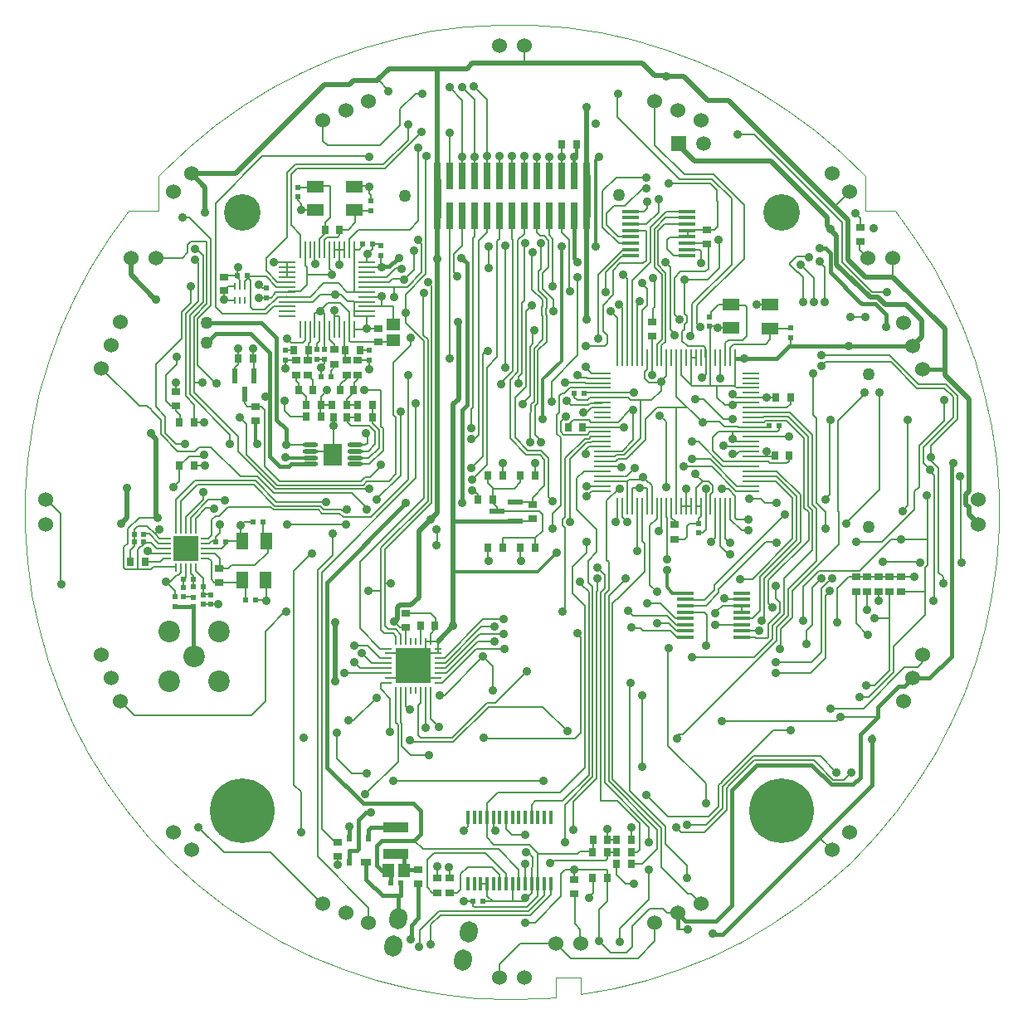
<source format=gbl>
%FSTAX23Y23*%
%MOIN*%
%SFA1B1*%

%IPPOS*%
%AMD53*
4,1,4,-0.033300,0.014400,-0.036200,-0.001000,0.033300,-0.014400,0.036200,0.001000,-0.033300,0.014400,0.0*
1,1,0.070900,-0.001500,-0.007700*
1,1,0.070900,0.001500,0.007700*
%
%ADD10C,0.015000*%
%ADD12R,0.035400X0.027600*%
%ADD19R,0.027600X0.035400*%
%ADD31R,0.019700X0.023600*%
%ADD32R,0.023600X0.019700*%
%ADD38C,0.008000*%
%ADD39C,0.020000*%
%ADD40C,0.012000*%
%ADD47C,0.003000*%
%ADD48C,0.059100*%
%ADD49R,0.059100X0.059100*%
%ADD50C,0.060000*%
%ADD51C,0.050000*%
%ADD52C,0.086600*%
G04~CAMADD=53~3~0.0~0.0~866.0~709.0~0.0~0.0~0~0.0~0.0~0.0~0.0~0~0.0~0.0~0.0~0.0~0~0.0~0.0~0.0~79.1~736.0~860.0*
%ADD53D53*%
%ADD54C,0.035000*%
%ADD55C,0.026000*%
%ADD56C,0.260000*%
%ADD57C,0.147000*%
%ADD58R,0.011400X0.065000*%
%ADD59R,0.065000X0.011400*%
%ADD60R,0.068900X0.011400*%
%ADD61R,0.011400X0.068900*%
%ADD62R,0.023600X0.059100*%
%ADD63O,0.009800X0.033500*%
%ADD64O,0.009800X0.031500*%
%ADD65R,0.035400X0.031500*%
%ADD66R,0.029100X0.110000*%
%ADD67R,0.017300X0.053900*%
%ADD68R,0.055100X0.047200*%
%ADD69R,0.031500X0.035400*%
%ADD70R,0.098400X0.098400*%
%ADD71O,0.033500X0.009800*%
%ADD72O,0.031500X0.009800*%
%ADD73R,0.141700X0.141700*%
%ADD74R,0.059100X0.023600*%
%ADD75R,0.023600X0.031500*%
%ADD76R,0.039400X0.031500*%
%ADD77R,0.047200X0.055100*%
%ADD78R,0.102400X0.043300*%
%ADD79R,0.047200X0.070900*%
%ADD80R,0.070900X0.047200*%
%ADD81R,0.066900X0.013800*%
%ADD82R,0.074800X0.086600*%
%ADD83O,0.063000X0.017700*%
%ADD84C,0.029100*%
%LNronecpuboard-v10-1*%
%LPD*%
G54D10*
X05446Y02904D02*
Y03099D01*
X04846Y02304D02*
X05446Y02904D01*
X04805Y02304D02*
X04846D01*
X05205Y02983D02*
X05283Y02905D01*
X04984Y02983D02*
X05205D01*
X04883Y02882D02*
X04984Y02983D01*
X04883Y02418D02*
Y02882D01*
X0537Y02905D02*
X05399Y02934D01*
X05283Y02905D02*
X0537D01*
X04821Y02356D02*
X04883Y02418D01*
X05766Y04188D02*
X05773Y04195D01*
X05766Y0342D02*
Y04188D01*
X05677Y03331D02*
X05766Y0342D01*
X03256Y03716D02*
X03571Y04031D01*
X03256Y02974D02*
Y03716D01*
X05238Y05058D02*
X05261D01*
X02993Y04759D02*
X03053Y04699D01*
X02775Y04759D02*
X02993D01*
X0281Y04715D02*
X02951D01*
X03028Y04638*
Y04221D02*
Y04638D01*
X03053Y0437D02*
Y04699D01*
X02775Y0468D02*
X0281Y04715D01*
X05503Y04741D02*
Y04792D01*
X03797Y0502D02*
X03819Y04998D01*
Y04429D02*
Y04998D01*
X03605Y02828D02*
X03633Y028D01*
X03402Y02828D02*
X03605D01*
X05399Y03105D02*
X0547Y03176D01*
X03633Y02705D02*
Y028D01*
X03608Y0268D02*
X03633Y02705D01*
X03282Y0332D02*
X03289D01*
X03703Y0348D02*
X03703Y0348D01*
X03607Y02679D02*
X03608Y0268D01*
X03347Y02735D02*
X03348Y02736D01*
X03347Y02688D02*
Y02735D01*
X03415Y02791D02*
X03434D01*
X03385Y02761D02*
X03415Y02791D01*
X03385Y02646D02*
Y02761D01*
X03377Y02638D02*
X03385Y02646D01*
X03347Y02638D02*
X03377D01*
X03347Y02591D02*
Y02638D01*
X03478Y02679D02*
X03607D01*
X03457Y02658D02*
X03478Y02679D01*
X03457Y0258D02*
Y02658D01*
Y02579D02*
Y0258D01*
X03477Y0256*
X03503*
X03515Y0251D02*
Y02546D01*
X03433Y02733D02*
X03535D01*
X03423Y02723D02*
X03433Y02733D01*
X03423Y02688D02*
Y02723D01*
X03415Y02524D02*
Y02591D01*
Y02524D02*
X0348Y02459D01*
X03625Y02368D02*
Y02505D01*
X03596Y02339D02*
X03625Y02368D01*
X03596Y02287D02*
Y02339D01*
X03554Y02459D02*
Y0251D01*
X0348Y02459D02*
X03554D01*
X03566Y02565D02*
Y02626D01*
X02721Y0342D02*
Y03618D01*
X0272Y03618D02*
X02721Y03618D01*
Y03416D02*
Y0342D01*
X02718Y0362D02*
X0272Y03618D01*
X03569Y02564D02*
X03625D01*
X03535Y02626D02*
X03566D01*
X03543Y02362D02*
Y02459D01*
X02775Y04759D02*
Y0476D01*
X0272Y03618D02*
X0272Y03618D01*
X02647Y0362D02*
X02718D01*
X05578Y033D02*
X05611Y03333D01*
X0547Y03217D02*
X05553Y033D01*
X04668Y02385D02*
X04698Y02356D01*
X04667Y02387D02*
X04668Y02385D01*
X0547Y03176D02*
Y03217D01*
X05553Y033D02*
X05578D01*
X0561Y03331D02*
X05613D01*
X05677*
X05649Y04574D02*
X0574D01*
X03767Y03963D02*
X04012D01*
X03795Y04039D02*
X03798Y04036D01*
X03801*
X03795Y04039D02*
X038Y04044D01*
Y0441*
X03564Y04037D02*
X03574D01*
X0425Y05018D02*
X0426Y05008D01*
X0425Y05018D02*
Y0519D01*
X038Y0441D02*
X03819Y04429D01*
X03485Y04985D02*
X03508D01*
X0354Y05017*
X03282Y0332D02*
X03289Y03327D01*
X04668Y02329D02*
Y02384D01*
X05065Y04617D02*
X05115Y04667D01*
X05355D02*
X05611D01*
X05115D02*
X05355D01*
X03256Y02974D02*
X03402Y02828D01*
X05459Y04835D02*
X05503Y04792D01*
X05398Y04844D02*
X05407Y04835D01*
X05459*
X0528Y04961D02*
X05397Y04844D01*
X0528Y04961D02*
Y05039D01*
X05261Y05058D02*
X0528Y05039D01*
X04698Y02356D02*
X04821D01*
X05399Y02934D02*
Y03105D01*
X05446Y03099D02*
X05448Y03097D01*
Y03087D02*
Y03097D01*
X04902Y04617D02*
X04933D01*
X05065*
X03103Y04183D02*
X03112Y04192D01*
X0316*
X03028Y04221D02*
X03066Y04183D01*
X03103*
X03092Y04285D02*
Y04331D01*
X03053Y0437D02*
X03092Y04331D01*
G54D12*
X0425Y02524D03*
Y02465D03*
X05565Y03739D03*
Y0368D03*
X0297Y04424D03*
Y04365D03*
X05518Y03738D03*
Y03679D03*
X05473Y03738D03*
Y03679D03*
X05428Y03738D03*
Y03679D03*
X05383Y03738D03*
Y03679D03*
X03288Y04653D03*
Y04594D03*
X03381Y04549D03*
Y04608D03*
X03336Y04549D03*
Y04608D03*
X03134Y04549D03*
Y04608D03*
X04785Y05134D03*
Y05075D03*
X054Y05144D03*
Y05085D03*
X0265Y04425D03*
Y04484D03*
X04655Y0389D03*
Y03949D03*
X02825Y03715D03*
Y03774D03*
X04082Y03971D03*
Y0403D03*
X03179Y04549D03*
Y04608D03*
X033Y02615D03*
Y02674D03*
X037Y02529D03*
Y0247D03*
X0375Y02529D03*
Y0247D03*
X03625Y02505D03*
Y02564D03*
G54D19*
X02526Y038D03*
X02467D03*
X04325Y02634D03*
X04384D03*
X03439Y0438D03*
X0338D03*
Y0443D03*
X03439D03*
X0448Y02684D03*
X04421D03*
X02959Y04615D03*
X029D03*
X03173Y04429D03*
X03232D03*
X03337D03*
X03278D03*
X0333Y0465D03*
X03389D03*
X03183Y04649D03*
X03124D03*
X04035Y03855D03*
X04094D03*
X03905D03*
X03964D03*
X04326Y02684D03*
X04385D03*
X04259Y05475D03*
X042D03*
X03173Y04384D03*
X03232D03*
X03249Y05132D03*
X03308D03*
X03691Y03543D03*
X03632D03*
X02724Y04185D03*
X02665D03*
X02724Y0436D03*
X02665D03*
X05119Y0446D03*
X0506D03*
X04384Y0253D03*
X04325D03*
X03865Y0405D03*
X03924D03*
X03964Y04145D03*
X03905D03*
X04094D03*
X04035D03*
X0442Y02634D03*
X04479D03*
Y02585D03*
X0442D03*
G54D31*
X03089Y04609D03*
Y04648D03*
X03248Y04653D03*
Y04614D03*
X03218Y04653D03*
Y04614D03*
X03435Y05249D03*
Y0521D03*
X0314Y05265D03*
Y05304D03*
X04795Y04784D03*
Y04745D03*
X0512Y04739D03*
Y047D03*
X0475Y03954D03*
Y03915D03*
X02647Y03659D03*
Y0362D03*
X0272Y03618D03*
Y03657D03*
X0268Y03658D03*
Y03697D03*
X0276Y03628D03*
Y03667D03*
X0279Y03628D03*
Y03667D03*
X03426Y04609D03*
Y04648D03*
X03475Y05069D03*
Y0503D03*
X03015Y04899D03*
Y0486D03*
G54D32*
X0281Y0388D03*
X02849D03*
X03233Y04544D03*
X03272D03*
X02937Y04948D03*
X02898D03*
X04289Y04475D03*
X0425D03*
X05074Y04345D03*
X05035D03*
X0268Y03728D03*
X02719D03*
X02759Y03698D03*
X0272D03*
X02482Y0388D03*
X02521D03*
X02482Y0391D03*
X02521D03*
X0296Y0396D03*
X02999D03*
X02969Y03645D03*
X0293D03*
X03515Y0251D03*
X03554D03*
X03845Y02435D03*
X03884D03*
X03439Y05075D03*
X034D03*
G54D38*
X05327Y05003D02*
Y05162D01*
X04974Y05516D02*
X05327Y05162D01*
X04905Y05516D02*
X04974D01*
X02998Y05428D02*
X03427D01*
X02809Y05239D02*
X02998Y05428D01*
X02809Y04822D02*
Y05239D01*
X04704Y0253D02*
Y02579D01*
Y02529D02*
Y0253D01*
X04085Y04725D02*
X04089Y04729D01*
X04085Y04676D02*
Y04725D01*
X04123Y04827D02*
Y04851D01*
X04121Y04825D02*
X04123Y04827D01*
X04121Y04788D02*
Y04825D01*
Y04788D02*
X04123Y04786D01*
Y04691D02*
Y04786D01*
X04137Y04819D02*
X04139Y0482D01*
X04137Y04794D02*
Y04819D01*
Y04794D02*
X04139Y04793D01*
X0408Y04894D02*
X04123Y04851D01*
X04089Y04657D02*
X04123Y04691D01*
X04139Y0482D02*
Y04857D01*
Y04684D02*
Y04793D01*
X04105Y0465D02*
X04139Y04684D01*
X04107Y04889D02*
X04139Y04857D01*
X03629Y02253D02*
Y02319D01*
X04565Y04937D02*
X04572Y04929D01*
X04602Y04691D02*
Y04954D01*
X04618Y04684D02*
Y0496D01*
X04637Y04733D02*
Y04984D01*
X04653Y0494D02*
X04678Y04965D01*
X04653Y04793D02*
Y0494D01*
X04572Y04984D02*
X04602Y04954D01*
X04588Y04991D02*
X04618Y0496D01*
X04618Y05003D02*
X04637Y04984D01*
X04744Y04756D02*
X04758Y04742D01*
X04744Y04756D02*
Y04829D01*
X04932Y05017*
X0389Y04642D02*
X03905Y04645D01*
X02653Y04591D02*
Y04622D01*
X0257Y04591D02*
X02674Y04695D01*
X0257Y04421D02*
Y04591D01*
X0269Y04465D02*
Y04795D01*
X02706Y04471D02*
Y04788D01*
X02722Y04478D02*
Y04782D01*
X02738Y04589D02*
Y04775D01*
Y04589D02*
X02811Y04516D01*
X02674Y04695D02*
Y04801D01*
X04513Y02644D02*
Y02749D01*
X04423Y02839D02*
X04513Y02749D01*
X04357Y02839D02*
X04423D01*
X04373Y02912D02*
X04551Y02734D01*
X04389Y02919D02*
X04585Y02723D01*
X04405Y02925D02*
X04601Y02729D01*
X04475Y02878D02*
X04617Y02736D01*
X04475Y02878D02*
Y03306D01*
X04551Y02673D02*
Y02734D01*
X04585Y02647D02*
Y02723D01*
X04601Y02571D02*
Y02729D01*
X04617Y02666D02*
Y02736D01*
X04503Y02634D02*
X04513Y02644D01*
X05664Y04057D02*
X05669Y04062D01*
X05566Y0389D02*
X0567D01*
Y04051*
Y03786D02*
Y0389D01*
X0557Y0368D02*
X05661D01*
Y03777*
Y03585D02*
Y0368D01*
X04855Y03648D02*
X04909D01*
X04344Y03777D02*
X04374Y03747D01*
X03573Y04759D02*
Y04874D01*
X02842Y02632D02*
X03029D01*
X02741Y02733D02*
X02842Y02632D01*
X04859Y02908D02*
X04969Y03019D01*
X05239*
X05304Y02954*
X05213Y03002D02*
X05227Y02988D01*
X04875Y02901D02*
X04975Y03002D01*
X05213*
X05228Y02988D02*
X05291Y02924D01*
X05227Y02988D02*
X05228D01*
X05291Y02924D02*
X05334D01*
X05127Y03577D02*
Y03683D01*
X05078Y03596D02*
Y03636D01*
X05031Y03549D02*
X05078Y03596D01*
X05095Y0359D02*
Y03734D01*
X05047Y03543D02*
X05095Y0359D01*
X05111Y03584D02*
Y03689D01*
X05063Y03536D02*
X05111Y03584D01*
X05079Y03529D02*
X05127Y03577D01*
X05079Y03447D02*
Y03529D01*
X05063Y03481D02*
Y03536D01*
X05047Y03488D02*
Y03543D01*
X05031Y03496D02*
Y03549D01*
X05026Y03491D02*
X05031Y03496D01*
X04975Y03417D02*
X05047Y03488D01*
X04688Y03106D02*
X05063Y03481D01*
X04Y02703D02*
X04055D01*
X03977Y02725D02*
X04Y02703D01*
X0425Y02563D02*
X04381D01*
X04053Y02444D02*
X04055Y02444D01*
X04055Y0235D02*
X04092D01*
X04198Y02456*
X0425Y02562D02*
Y02563D01*
Y02526D02*
Y02562D01*
X04215D02*
X0425D01*
X04198Y02456D02*
Y02545D01*
X04215Y02562*
X04376Y02598D02*
X04384Y02606D01*
X04171Y02598D02*
X04376D01*
X04161Y02588D02*
X04171Y02598D01*
X04384Y02437D02*
Y02533D01*
X04351Y02275D02*
X04396Y0223D01*
X04459*
X04482Y02253*
Y02337*
X04552Y02407*
X04606*
X04624Y02389*
X04667*
X04551Y02667D02*
Y02673D01*
X04381Y04045D02*
X04432Y04096D01*
X04575Y02275D02*
Y02351D01*
X04506Y02206D02*
X04575Y02275D01*
X04237Y02206D02*
X04506D01*
X04176Y02267D02*
X04237Y02206D01*
X04434Y02325D02*
X04551Y02442D01*
X04434Y02271D02*
Y02325D01*
X04034Y02267D02*
X04176D01*
X0395Y02183D02*
X04034Y02267D01*
X0395Y02132D02*
Y02183D01*
X04384Y0253D02*
Y02559D01*
X04351Y02404D02*
X04384Y02437D01*
X04351Y02275D02*
Y02404D01*
X04342Y0373D02*
X04343Y03731D01*
X04657Y03572D02*
X04718D01*
X04248Y02722D02*
Y02835D01*
Y02721D02*
Y02722D01*
Y02835D02*
X04341Y02928D01*
X04551Y02442D02*
Y02563D01*
X04524Y02586D02*
X04585Y02647D01*
X04479Y02586D02*
X04524D01*
X04381Y02563D02*
X04384Y02559D01*
X04275Y02267D02*
Y02323D01*
X04252Y02346D02*
X04275Y02323D01*
X04252Y02346D02*
Y02463D01*
X0425Y02465D02*
X04252Y02463D01*
X04055Y02444D02*
X04058Y02445D01*
X04002Y02435D02*
Y02505D01*
X039Y02457D02*
X03923Y02435D01*
X04002D02*
X04044D01*
X03923D02*
X04002D01*
X03884D02*
X03923D01*
X04456Y02507D02*
X0449D01*
X0442Y02542D02*
X04456Y02507D01*
X0442Y02542D02*
Y02585D01*
X04706Y02466D02*
X0472D01*
X04601Y02571D02*
X04706Y02466D01*
X04617Y02666D02*
X04704Y02579D01*
X05051Y03123D02*
X05119D01*
X04843Y02915D02*
X05051Y03123D01*
X04875Y02901D02*
Y02901D01*
X04859Y02908D02*
Y02908D01*
X04843Y02914D02*
Y02915D01*
X0479Y02776D02*
X04831Y02817D01*
X04626Y02776D02*
X0479D01*
X04539Y02863D02*
X04626Y02776D01*
X04772Y02713D02*
X04863Y02804D01*
X04679Y02713D02*
X04772D01*
X0466Y02731D02*
X04679Y02713D01*
X04863Y02804D02*
Y0289D01*
X04847Y0281D02*
Y02896D01*
X04705Y02743D02*
X04779D01*
X04847Y0281*
X04831Y02817D02*
Y02903D01*
X04843Y02914*
X04847Y02896D02*
X04859Y02908D01*
X04863Y0289D02*
X04875Y02901D01*
X05334Y02924D02*
X05364Y02954D01*
X04628Y0306D02*
X0478Y02908D01*
Y02829D02*
Y02908D01*
X05684Y04219D02*
Y04267D01*
X05653Y04196D02*
X0568Y04169D01*
X05697Y03642D02*
Y04145D01*
X03807Y02719D02*
X03823Y02735D01*
X05235Y02694D02*
X05287Y02641D01*
X05661Y03777D02*
X0567Y03786D01*
X05664Y04057D02*
X0567Y04051D01*
X05535Y03459D02*
X05661Y03585D01*
X05683Y04207D02*
X05713Y04177D01*
Y03757D02*
Y04177D01*
Y03757D02*
X05732Y03738D01*
X0568Y04162D02*
X05697Y04145D01*
X05637Y041D02*
Y04265D01*
X05653Y04196D02*
Y04259D01*
X05773Y04378*
X05637Y04265D02*
X05737Y04365D01*
Y0445*
X05773Y04378D02*
Y04462D01*
X0579Y04373D02*
Y04467D01*
X05684Y04267D02*
X0579Y04373D01*
X05523Y0389D02*
X05565D01*
X05397Y03764D02*
X05523Y0389D01*
X05233Y03764D02*
X05397D01*
X0539Y03878D02*
X05488D01*
X05618Y04008D02*
Y04081D01*
X05488Y03878D02*
X05618Y04008D01*
X05802Y03803D02*
X05807Y03797D01*
X05019Y03878D02*
X05062D01*
X058Y04142D02*
X05802Y0414D01*
Y03803D02*
Y0414D01*
X05639Y03798D02*
X05639Y03797D01*
X0549Y03798D02*
X05639D01*
X05668Y04062D02*
X05669Y04062D01*
X05276Y04367D02*
X05278D01*
Y04068D02*
Y04367D01*
X0526Y0405D02*
X05278Y04068D01*
X05276Y04367D02*
X05279Y0437D01*
X04503Y04832D02*
X04514Y04843D01*
X0274Y05048D02*
Y05056D01*
X0521Y0439D02*
Y04556D01*
Y0439D02*
X05223Y04377D01*
X05059Y04124D02*
X05127Y04056D01*
Y03997D02*
Y04056D01*
Y03997D02*
X05128Y03996D01*
Y03892D02*
Y03996D01*
X05062Y04143D02*
X05143Y04063D01*
Y04003D02*
Y04063D01*
Y04003D02*
X05144Y04002D01*
Y03885D02*
Y04002D01*
X05065Y04163D02*
X05159Y0407D01*
Y0401D02*
Y0407D01*
Y0401D02*
X0516Y04009D01*
Y03878D02*
Y04009D01*
X05103Y04366D02*
X05175Y04295D01*
Y04017D02*
Y04295D01*
Y04017D02*
X05192Y04D01*
Y03887D02*
Y04D01*
X0511Y04382D02*
X05191Y04302D01*
Y04023D02*
Y04302D01*
Y04023D02*
X05208Y04006D01*
Y03847D02*
Y04006D01*
X05117Y04399D02*
X05207Y04309D01*
Y0403D02*
Y04309D01*
Y0403D02*
X05224Y04012D01*
Y03803D02*
Y04012D01*
X05223Y04037D02*
Y04377D01*
Y04037D02*
X05261Y03999D01*
Y03934D02*
Y03999D01*
X03425Y03681D02*
Y03682D01*
X05569Y04003D02*
X05591Y04025D01*
X05489Y03787D02*
X0549Y03788D01*
X05618Y04081D02*
X05637Y041D01*
X05591Y04025D02*
Y0437D01*
X05307Y03555D02*
Y03692D01*
X05307Y03555D02*
X05307Y03555D01*
Y03692D02*
X05353Y03738D01*
X05384*
X05244Y03691D02*
X05274Y03721D01*
X05244Y03437D02*
Y03691D01*
X05207Y03695D02*
X05245Y03733D01*
X05207Y03546D02*
Y03695D01*
X05183Y03522D02*
X05207Y03546D01*
X05245Y03733D02*
Y03734D01*
X0517Y03564D02*
Y037D01*
X05233Y03764*
X05127Y03683D02*
X05312Y03868D01*
X05111Y03689D02*
X05224Y03803D01*
X05202Y03395D02*
X05244Y03437D01*
X05059Y03395D02*
X05202D01*
X05075Y03447D02*
X05079D01*
X04981Y03491D02*
X05026D01*
X03491Y03712D02*
X03513D01*
X03491D02*
Y0385D01*
Y03542D02*
Y03712D01*
X04692Y04796D02*
Y04917D01*
Y04796D02*
X04702Y04786D01*
Y04761D02*
Y04786D01*
X04692Y04751D02*
X04702Y04761D01*
X04692Y04733D02*
Y04751D01*
Y04917D02*
X04707Y04932D01*
X04684Y04725D02*
X04692Y04733D01*
X04707Y04932D02*
X04786D01*
X02665Y04124D02*
Y04187D01*
X0261Y04548D02*
X02653Y04591D01*
X0261Y04447D02*
Y04548D01*
Y04447D02*
X02631Y04425D01*
X0257Y04421D02*
X02607Y04384D01*
Y04316D02*
Y04384D01*
X02631Y04425D02*
X0265D01*
X0259Y04311D02*
X02657Y04243D01*
X02552Y04407D02*
X0259Y04369D01*
Y04311D02*
Y04369D01*
X02607Y04316D02*
X02651Y04272D01*
X0281Y03879D02*
Y039D01*
X02756Y04224D02*
X0276Y04228D01*
X02704Y04224D02*
X02756D01*
X02665Y04185D02*
X02704Y04224D01*
X02727Y04243D02*
X02744Y0426D01*
X02657Y04243D02*
X02727D01*
X02651Y04272D02*
X02688D01*
X02641Y041D02*
X02665Y04124D01*
X04893Y03649D02*
X04947D01*
X05006Y03569D02*
X05014Y03577D01*
Y03732*
X0503Y03725D02*
X05192Y03887D01*
X0503Y03633D02*
X05046Y03617D01*
X0503Y03633D02*
Y03725D01*
X05014Y03732D02*
X0516Y03878D01*
X04998Y03739D02*
X05144Y03885D01*
X04998Y03602D02*
Y03739D01*
X04968Y03572D02*
X04998Y03602D01*
X04213Y04518D02*
X04296D01*
X04233Y04498D02*
X04301D01*
X04301Y04498*
X04375Y04667D02*
X04384Y04676D01*
X043Y04667D02*
X04375D01*
X04296Y04669D02*
X043Y04667D01*
X0526Y03662D02*
X05278Y0368D01*
X0526Y03413D02*
Y03662D01*
X05199Y03352D02*
X0526Y03413D01*
X0506Y03352D02*
X05199D01*
X04628Y0306D02*
Y0345D01*
X04473Y03597D02*
X04488Y03582D01*
X03424Y03682D02*
X03425D01*
Y03681D02*
X03475D01*
Y03856*
Y0356D02*
Y03681D01*
X0339Y038D02*
X03646Y04056D01*
X0339Y03531D02*
Y038D01*
Y03531D02*
X0347Y0345D01*
X0538Y05199D02*
X054Y05179D01*
Y05144D02*
Y05179D01*
X05398Y05052D02*
Y05087D01*
Y05052D02*
X0543Y0502D01*
X03472Y03313D02*
X03505D01*
X03472Y03288D02*
Y03313D01*
Y03288D02*
X0351Y0325D01*
Y03115D02*
Y0325D01*
X03673Y0351D02*
X03691Y03528D01*
X03673Y0348D02*
Y0351D01*
X03691Y03528D02*
Y03543D01*
X0472Y02466D02*
X04759Y02427D01*
X03941Y05088D02*
X0395Y05097D01*
X03941Y04622D02*
Y05088D01*
X03899Y0458D02*
X03941Y04622D01*
X04265Y04629D02*
Y04938D01*
X0416Y04524D02*
X04265Y04629D01*
X0416Y04441D02*
Y04524D01*
X03883Y04632D02*
X0389Y04642D01*
X03883Y04222D02*
Y04632D01*
X04723Y04723D02*
Y04835D01*
X04714Y04714D02*
X04723Y04723D01*
X03371Y05162D02*
Y05168D01*
X03343Y05134D02*
X03371Y05162D01*
X0331Y05134D02*
X03343D01*
X04838Y04534D02*
Y04619D01*
X05145Y05025D02*
X05195D01*
X0408Y04829D02*
Y04837D01*
X04057Y04806D02*
X0408Y04829D01*
X04297Y04061D02*
X0431Y04074D01*
X0531Y04365D02*
X0542Y04475D01*
X04895Y03521D02*
X04994D01*
X03766Y04963D02*
X0379Y04938D01*
X0405Y04848D02*
Y0508D01*
X04295Y04583D02*
X0432Y04557D01*
X04384Y02606D02*
Y02634D01*
X04481D02*
X04503D01*
X04373Y02912D02*
Y03668D01*
X04389Y02919D02*
Y03662D01*
X04405Y02925D02*
Y03633D01*
X04327Y0247D02*
Y02531D01*
X04385Y02684D02*
Y02727D01*
X04275Y02635D02*
X04327D01*
X04265Y02625D02*
X04275Y02635D01*
X04244Y02625D02*
X04265D01*
X04105D02*
X04244D01*
X0448Y02684D02*
Y0273D01*
X04327Y02636D02*
Y02683D01*
X04387Y02684D02*
X04421D01*
X04385Y02634D02*
X0442D01*
X04357Y02839D02*
Y03675D01*
X03926Y02719D02*
Y02774D01*
Y02719D02*
X03933D01*
X042Y05435D02*
Y05475D01*
X03467Y04257D02*
Y04328D01*
X03425Y04215D02*
X03467Y04257D01*
X03349Y04215D02*
X03425D01*
X03473Y04182D02*
Y04189D01*
X03439Y04356D02*
X03467Y04328D01*
X03427Y04346D02*
X03451Y04322D01*
X03474Y04344D02*
X03483Y04335D01*
X03535Y04152D02*
Y04379D01*
X03506Y04123D02*
X03535Y04152D01*
X03418Y04123D02*
X03506D01*
X0343Y04139D02*
X03473Y04182D01*
X03411Y04139D02*
X0343D01*
X03395Y04123D02*
X03411Y04139D01*
X03067Y04123D02*
X03395D01*
X03523Y04598D02*
X03593Y04668D01*
X03523Y04415D02*
Y04598D01*
Y04415D02*
X03523Y04415D01*
Y0439D02*
Y04415D01*
Y0439D02*
X03535Y04379D01*
X03402Y04107D02*
X03418Y04123D01*
X03056Y04107D02*
X03402D01*
X03434Y03978D02*
X03585Y04128D01*
X03236Y03757D02*
X03614Y04135D01*
X03585Y04128D02*
Y04407D01*
X03614Y04135D02*
Y04435D01*
X03474Y04344D02*
Y04488D01*
X03439Y04356D02*
Y0438D01*
X03352Y04346D02*
X03427D01*
X03279Y04342D02*
X03282Y04345D01*
Y0438*
X03088Y04406D02*
Y04447D01*
Y04406D02*
X0311Y04384D01*
X03232Y04463D02*
X03257Y04488D01*
X03232Y04429D02*
Y04463D01*
X03407Y04488D02*
X03474D01*
X03339Y04368D02*
X03342Y04371D01*
X03339Y04359D02*
Y04368D01*
Y04359D02*
X03352Y04346D01*
X03334Y0438D02*
X03382D01*
X0311Y04384D02*
X03173D01*
X03337Y04429D02*
X03378D01*
X03439Y04382D02*
Y0443D01*
X03366Y04489D02*
Y04519D01*
X03381Y04534*
X03336Y04537D02*
Y04549D01*
X03311Y04512D02*
X03336Y04537D01*
X03311Y045D02*
Y04512D01*
X03179Y04549D02*
X032Y04528D01*
Y04492D02*
Y04528D01*
X03145Y04489D02*
Y04515D01*
X03134Y04526D02*
X03145Y04515D01*
X04542Y0522D02*
Y05243D01*
X04529Y05207D02*
X04542Y0522D01*
X04572Y04823D02*
Y04929D01*
X04478Y05207D02*
X04529D01*
X04541Y05156D02*
X04589Y05204D01*
Y05256*
X04365Y05288D02*
X04419Y05342D01*
X04365Y05144D02*
X04429Y05079D01*
X04365Y05144D02*
Y05288D01*
X04381Y052D02*
X0441Y05229D01*
X04381Y05151D02*
Y052D01*
Y05151D02*
X04426Y05105D01*
X0441Y05229D02*
X04455D01*
X04429Y05079D02*
X04507D01*
X04426Y05105D02*
X04507D01*
X04455Y05229D02*
X04533Y05307D01*
X04219Y04446D02*
X04236Y04429D01*
X04684Y04687D02*
Y04725D01*
X04706Y04665D02*
X0477D01*
X04684Y04687D02*
X04706Y04665D01*
X04832Y0505D02*
X04833Y05049D01*
Y04979D02*
Y05049D01*
X04786Y04932D02*
X04833Y04979D01*
X04882Y04994D02*
Y05259D01*
X04809Y05355D02*
X04932Y05232D01*
Y05017D02*
Y05232D01*
X0477Y04665D02*
X04777Y04658D01*
X04601Y04668D02*
X04618Y04684D01*
X04582Y04671D02*
X04602Y04691D01*
X05556Y03739D02*
X05618D01*
X05555Y03738D02*
X05556Y03739D01*
X04424Y04619D02*
Y0478D01*
X04398Y04807D02*
X04424Y0478D01*
X04444Y04619D02*
Y0482D01*
X04431Y04834D02*
X04444Y0482D01*
X04464Y04737D02*
Y04936D01*
X04447Y04953D02*
X04464Y04936D01*
X04482Y0462D02*
Y0493D01*
X04543Y0483D02*
Y04897D01*
X04523Y0481D02*
X04543Y0483D01*
X04521Y0492D02*
X04543Y04897D01*
X04703Y05079D02*
X04781D01*
X04828Y05145D02*
Y0525D01*
X04814Y05131D02*
X04828Y05145D01*
X04727Y05131D02*
X04814D01*
X04832Y0505D02*
Y05084D01*
X04805Y05336D02*
X04882Y05259D01*
X04727Y0513D02*
X04727Y05131D01*
X0476Y05D02*
Y05047D01*
X04753Y05054D02*
X0476Y05047D01*
X04674Y05054D02*
X04753D01*
X04618Y05182D02*
X04709D01*
X02698Y05042D02*
Y05072D01*
X02676Y0502D02*
X02698Y05042D01*
X0257Y0502D02*
X02676D01*
X02711Y05085D02*
X02772D01*
X02698Y05072D02*
X02711Y05085D01*
X02772D02*
X02775Y05082D01*
X02759Y04841D02*
Y05029D01*
X0274Y05048D02*
X02759Y05029D01*
X02775Y04835D02*
Y05082D01*
X02791Y04828D02*
Y05096D01*
X02738Y04775D02*
X02791Y04828D01*
X02705Y05182D02*
X02791Y05096D01*
X04346Y04954D02*
X04446Y05054D01*
X04346Y04706D02*
Y04954D01*
X04376Y04961D02*
X04443Y05028D01*
X04376Y04882D02*
Y04961D01*
X03614Y04435D02*
X03615Y04436D01*
X04515Y04448D02*
X04517Y04446D01*
Y04296D02*
Y04446D01*
X0506Y03654D02*
X05078Y03636D01*
X0506Y03654D02*
Y03703D01*
X04277Y03114D02*
Y03497D01*
X0426Y03514D02*
X04277Y03497D01*
X04293Y02971D02*
Y03623D01*
X04309Y02942D02*
Y03679D01*
X04325Y02935D02*
Y03698D01*
X04341Y02928D02*
Y03681D01*
X02188Y03714D02*
Y03992D01*
X03058Y04923D02*
X03097D01*
X03014Y04968D02*
X03058Y04923D01*
X03012Y04946D02*
X03054Y04903D01*
X02946Y04946D02*
X03012D01*
X03054Y04903D02*
X03097D01*
X03014Y0502D02*
X03096Y05102D01*
X03014Y04968D02*
Y0502D01*
X03112Y05152D02*
X03149Y05114D01*
X03228Y05097D02*
X0325Y05119D01*
X03228Y05054D02*
Y05097D01*
X03257Y05102D02*
X03299D01*
X03248Y05093D02*
X03257Y05102D01*
X03248Y05054D02*
Y05093D01*
X03346Y05054D02*
Y05097D01*
X03308Y05111D02*
Y05132D01*
X03299Y05102D02*
X03307Y0511D01*
X02951Y04821D02*
Y04929D01*
X0294Y0494D02*
X02951Y04929D01*
X02927Y04927D02*
X0294Y0494D01*
X02951Y04821D02*
X02961Y04811D01*
X02836Y04795D02*
X03013D01*
X02908Y04905D02*
Y04932D01*
X02895Y04944D02*
X02908Y04932D01*
X02895Y04944D02*
X02898Y04948D01*
X02927Y04905D02*
Y04927D01*
X03008Y04181D02*
Y04409D01*
X02993Y04424D02*
X03008Y04409D01*
Y04181D02*
X03067Y04123D01*
X0297Y04424D02*
X02993D01*
X02901Y04619D02*
Y04655D01*
X02959Y04615D02*
Y0465D01*
X029Y04592D02*
Y04608D01*
X02888Y0458D02*
X029Y04592D01*
X02888Y04545D02*
Y0458D01*
X02963Y04545D02*
Y04608D01*
X02926Y04436D02*
Y04474D01*
Y04436D02*
X02937Y04424D01*
X0297*
X03055Y0404D02*
X03255D01*
X0297Y04125D02*
X03055Y0404D01*
X04815Y03707D02*
X05097Y03989D01*
X04815Y03687D02*
Y03707D01*
X0531Y04001D02*
Y04365D01*
Y04001D02*
X05312Y03999D01*
X04772Y03597D02*
X04783Y03587D01*
X04726Y03597D02*
X04772D01*
X04783Y03479D02*
Y03587D01*
X04779Y03623D02*
X04831Y03675D01*
Y0369*
X05019Y03878*
X04775Y03647D02*
X04815Y03687D01*
X04848Y03624D02*
X04905D01*
X04825Y03601D02*
X04848Y03624D01*
X04598Y03631D02*
X04657Y03572D01*
X04543Y03631D02*
X04598D01*
X0466Y03546D02*
X04723D01*
X04624Y03582D02*
X0466Y03546D01*
X04488Y03582D02*
X04624D01*
X04588Y03553D02*
X04629D01*
X04661Y03521*
X04713*
X04664Y03496D02*
X04722D01*
X04638Y03522D02*
X04664Y03496D01*
X04527Y03522D02*
X04638D01*
X04299Y03837D02*
Y0388D01*
X04242Y0378D02*
X04299Y03837D01*
X04242Y03673D02*
Y0378D01*
X04261Y04009D02*
X04341Y03929D01*
Y03838D02*
Y03929D01*
X04307Y03804D02*
X04341Y03838D01*
X04307Y03716D02*
Y03804D01*
Y03716D02*
X04325Y03698D01*
X04278Y03709D02*
X04309Y03679D01*
X04278Y03709D02*
Y03718D01*
X04342Y03682D02*
Y0373D01*
X04341Y03681D02*
X04342Y03682D01*
X04374Y03692D02*
Y03747D01*
X04357Y03675D02*
X04374Y03692D01*
X0439Y03685D02*
Y03798D01*
X04373Y03668D02*
X0439Y03685D01*
X04452Y03725D02*
X04457D01*
X04389Y03662D02*
X04452Y03725D01*
X04381Y03807D02*
X0439Y03798D01*
X04421Y03649D02*
X04423D01*
X04405Y03633D02*
X04421Y03649D01*
X04214Y02824D02*
X04325Y02935D01*
X04252Y03089D02*
X04277Y03114D01*
X04242Y03673D02*
X04293Y03623D01*
X04192Y02871D02*
X04293Y02971D01*
X04205Y02839D02*
X04309Y02942D01*
X02666Y04361D02*
Y0439D01*
X0265Y04406D02*
X02666Y0439D01*
X0265Y04406D02*
Y04425D01*
X02723Y04518D02*
X02758D01*
X0265Y04484D02*
Y04518D01*
X02485Y03182D02*
X02952D01*
X02427Y0324D02*
X02485Y03182D01*
X03323Y03978D02*
X03434D01*
X02709Y03976D02*
X02781Y04048D01*
X02838*
X02771Y04015D02*
X02803D01*
X02729Y03973D02*
X02771Y04015D01*
X02729Y0393D02*
Y03973D01*
X02709Y0393D02*
Y03976D01*
X02759Y04048D02*
Y04078D01*
X0269Y03979D02*
X02759Y04048D01*
X0269Y0393D02*
Y03979D01*
X03043Y04075D02*
X03356D01*
X03049Y04091D02*
X03428D01*
X02899Y04241D02*
Y04301D01*
X02935Y04228D02*
Y04351D01*
Y04228D02*
X03056Y04107D01*
X02899Y04241D02*
X03049Y04091D01*
X02726Y04125D02*
X0297D01*
X02737Y04109D02*
X02963D01*
X02977Y04141D02*
X03043Y04075D01*
X02909Y04141D02*
X02977D01*
X0279Y0426D02*
X02909Y04141D01*
X02744Y0426D02*
X0279D01*
X0265Y04049D02*
X02726Y04125D01*
X0267Y04042D02*
X02737Y04109D01*
X03866Y0509D02*
X039Y05124D01*
X03866Y04308D02*
Y0509D01*
X0384Y0413D02*
X03899Y04189D01*
X03838Y04177D02*
X03883Y04222D01*
X03899Y04189D02*
Y0458D01*
X04801Y03879D02*
X04818Y03896D01*
X04796Y04212D02*
X04904Y04104D01*
X04723Y04212D02*
X04796D01*
X04807Y04247D02*
X04851Y04202D01*
X04807Y04247D02*
Y04298D01*
X04848Y04183D02*
X04959D01*
X0475Y04282D02*
X04848Y04183D01*
X04733Y04282D02*
X0475D01*
X04803Y04183D02*
X04901Y04084D01*
X04691Y04183D02*
X04803D01*
X04904Y04104D02*
X04959D01*
X04901Y04084D02*
X04959D01*
X04886Y04468D02*
Y04471D01*
Y04469D02*
X0489D01*
X04902Y04498D02*
X04959D01*
X04897Y04504D02*
X04902Y04498D01*
X04856Y04428D02*
X04883D01*
X04825Y04459D02*
X04856Y04428D01*
X0468Y04549D02*
X04725Y04505D01*
X04123Y04896D02*
X04167Y04852D01*
Y04819D02*
Y04852D01*
X03678Y04037D02*
Y04908D01*
X03908Y04989D02*
Y05066D01*
Y04989D02*
X0392Y04977D01*
X03908Y04978D02*
X03919D01*
X04005Y04566D02*
Y05092D01*
X04Y05097D02*
X04005Y05092D01*
X04Y05097D02*
Y0519D01*
X03843Y05099D02*
X0385Y05106D01*
X03843Y04418D02*
Y05099D01*
X0385Y05106D02*
Y0519D01*
X039Y05124D02*
Y0519D01*
X04574Y05648D02*
X04574Y05649D01*
X04574Y05473D02*
Y05648D01*
Y05473D02*
X04692Y05355D01*
X04674Y05336D02*
X04805D01*
X04825Y0525D02*
Y05292D01*
X04798Y0532D02*
X04825Y05292D01*
X0463Y0532D02*
X04798D01*
X04692Y05355D02*
X04809D01*
X04425Y05585D02*
X04674Y05336D01*
X04419Y05342D02*
X04526D01*
X04541Y05298D02*
X04542Y05301D01*
X04526Y05342D02*
X04534Y0535D01*
X04541Y05343*
X04435Y04998D02*
X04527D01*
X04407Y04969D02*
X04435Y04998D01*
X04407Y04871D02*
Y04969D01*
X04443Y05028D02*
X04507D01*
X04482Y0493D02*
X04499Y04947D01*
X04482Y0462D02*
X04483Y04619D01*
X04512Y04845D02*
X04514Y04843D01*
X05738Y04497D02*
X05773Y04462D01*
X05628Y04497D02*
X05738D01*
X05744Y04513D02*
X0579Y04467D01*
X05635Y04513D02*
X05744D01*
X05518Y0463D02*
X05635Y04513D01*
X05522Y04603D02*
X05628Y04497D01*
X0526Y04603D02*
X05522D01*
X05243Y04586D02*
X0526Y04603D01*
X02641Y02713D02*
X02641Y02712D01*
X03232Y02428D02*
X03239D01*
X03029Y02632D02*
X03232Y02428D01*
X0322Y02616D02*
Y03766D01*
X03425Y0235D02*
Y0241D01*
X0322Y02616D02*
X03425Y0241D01*
X03558Y03059D02*
Y03151D01*
X03554Y03154D02*
Y03283D01*
Y03154D02*
X03558Y03151D01*
X03542Y02997D02*
Y03145D01*
X03535Y03151D02*
X03542Y03145D01*
X03535Y03151D02*
Y03283D01*
X03558Y03059D02*
X03593Y03024D01*
X03411Y02866D02*
X03542Y02997D01*
X04059Y02449D02*
X04079Y02469D01*
X03629Y02319D02*
X03706Y02396D01*
X0406Y02412D02*
X04105Y02456D01*
X03851Y02412D02*
X0406D01*
X03845Y02417D02*
X03851Y02412D01*
X04067Y02396D02*
X0413Y02459D01*
X03706Y02396D02*
X04067D01*
X04074Y0238D02*
X04156Y02462D01*
X03712Y0238D02*
X04074D01*
X03674Y02341D02*
X03712Y0238D01*
X03845Y02417D02*
Y02435D01*
X039Y02457D02*
Y02505D01*
X04044Y02435D02*
X04053Y02444D01*
X04079Y02569D02*
X04085Y02575D01*
X04068Y02631D02*
X04085Y02614D01*
Y02575D02*
Y02614D01*
X04061Y02631D02*
X04068D01*
X04058Y02634D02*
X04061Y02631D01*
X03899Y02727D02*
X039Y02728D01*
X03899Y02692D02*
Y02727D01*
Y02692D02*
X03927Y02664D01*
X03892Y0263D02*
X03977Y02545D01*
X03688Y0263D02*
X03892D01*
X03659Y02601D02*
X03688Y0263D01*
X03608Y0268D02*
X03642Y02646D01*
X04069Y02664D02*
X04105Y02628D01*
X03927Y02664D02*
X04069D01*
X0472Y03623D02*
X04779D01*
X0473Y03647D02*
X04775D01*
X05478Y04089D02*
Y0448D01*
X05344Y03955D02*
X05478Y04089D01*
X05344Y03954D02*
Y03955D01*
X05312Y03868D02*
Y03999D01*
X05473Y03636D02*
Y03644D01*
X05472Y03635D02*
X05473Y03636D01*
X04843Y04093D02*
X04869D01*
X04897Y04064*
X05018Y04035D02*
X05062D01*
X04999Y04054D02*
X05018Y04035D01*
X04956Y04054D02*
X04999D01*
X04959Y04124D02*
X05059D01*
X04959Y04143D02*
X05062D01*
X04959Y04163D02*
X05065D01*
X04966Y0373D02*
X05128Y03892D01*
X04915Y0373D02*
X04966D01*
X04024Y05091D02*
X0405Y05117D01*
X04024Y04562D02*
Y05091D01*
X0395Y05097D02*
Y0519D01*
X04131Y04105D02*
Y0421D01*
X04112Y04229D02*
X04131Y0421D01*
X04058Y04229D02*
X04112D01*
X04147Y04059D02*
Y04217D01*
X04117Y04247D02*
X04147Y04217D01*
X04063Y04247D02*
X04117D01*
X04073Y04396D02*
X04078Y04401D01*
X04073Y04289D02*
Y04396D01*
X04012Y04458D02*
X04057Y04503D01*
X04012Y04298D02*
Y04458D01*
X03992Y04295D02*
Y0453D01*
Y04295D02*
X04058Y04229D01*
X04012Y04298D02*
X04063Y04247D01*
X03957Y04514D02*
Y04518D01*
X03992Y0453D02*
X04024Y04562D01*
X03957Y04518D02*
X04005Y04566D01*
X04026Y04542D02*
X04039Y04555D01*
X04026Y04519D02*
Y04542D01*
X04041Y04556D02*
Y04839D01*
X04619Y041D02*
Y04362D01*
X04594Y04387D02*
X04619Y04362D01*
X04584Y0442D02*
X04704D01*
X04537Y04373D02*
X04584Y0442D01*
X04537Y04288D02*
Y04373D01*
X04299Y04278D02*
X04317D01*
X04234Y04213D02*
X04299Y04278D01*
X04214Y04215D02*
X04292Y04294D01*
X04214Y03979D02*
Y04215D01*
X04292Y04294D02*
X0431D01*
X04234Y03959D02*
Y04213D01*
Y03959D02*
X04235Y03958D01*
X04204Y0397D02*
X04214Y03979D01*
X04196Y04026D02*
Y04298D01*
X04164Y03994D02*
X04196Y04026D01*
X04261Y04135D02*
X04289Y04163D01*
X04261Y04009D02*
Y04135D01*
X04362Y0434D02*
X04446D01*
X04474Y04408D02*
X04484D01*
X04849Y04373D02*
X04888D01*
X03096Y03949D02*
X03327D01*
X04094Y04309D02*
Y04426D01*
Y04309D02*
X04118Y04285D01*
X04089Y04443D02*
Y04657D01*
X04078Y04432D02*
X04089Y04443D01*
X04078Y04401D02*
Y04432D01*
X04105Y04437D02*
Y0465D01*
X04094Y04426D02*
X04105Y04437D01*
X04073Y04467D02*
Y04663D01*
X04043Y04437D02*
X04073Y04467D01*
X04057Y04503D02*
Y04806D01*
X04073Y04663D02*
X04085Y04676D01*
X04041Y04839D02*
X0405Y04848D01*
X042Y04476D02*
X04211D01*
X0419Y04466D02*
X042Y04476D01*
X0419Y04399D02*
Y04466D01*
X04211Y04476D02*
X04233Y04498D01*
X0418Y04389D02*
X0419Y04399D01*
X0418Y04314D02*
Y04389D01*
X04043Y04433D02*
Y04437D01*
X03851Y04293D02*
X03866Y04308D01*
X04286Y04399D02*
X04286Y044D01*
X04299*
X04319Y04419*
X0418Y04314D02*
X04196Y04298D01*
X04164Y03931D02*
Y03994D01*
X04321Y04084D02*
X04362D01*
X04311Y04074D02*
X04321Y04084D01*
X0431Y04074D02*
X04311D01*
X04204Y03945D02*
Y0397D01*
X04206Y0431D02*
X04304D01*
X04196Y04321D02*
Y04361D01*
Y04321D02*
X04206Y0431D01*
X04196Y04361D02*
X04214Y04379D01*
Y04383*
X04228Y0435D02*
X04247Y04369D01*
X04228Y04348D02*
Y0435D01*
X04247Y04369D02*
X04309D01*
X04223Y04343D02*
X04228Y04348D01*
X04298Y04248D02*
X04311Y04261D01*
X04362*
X0425Y0446D02*
X04262Y04448D01*
X0425Y0446D02*
Y04468D01*
X04243Y04475D02*
X0425Y04468D01*
X0432Y04281D02*
X04362D01*
X04317Y04278D02*
X0432Y04281D01*
X04317Y04301D02*
X04362D01*
X0431Y04294D02*
X04317Y04301D01*
X04315Y04321D02*
X04362D01*
X04304Y0431D02*
X04315Y04321D01*
X04309Y04369D02*
X04318Y0436D01*
X04262Y04448D02*
X04302D01*
X04589Y03921D02*
X0459D01*
X04601Y03932*
X04555Y03706D02*
X04583Y03678D01*
X04555Y03706D02*
Y03946D01*
X04582Y03973*
Y04022*
X04417Y03959D02*
X04424Y03966D01*
Y04022*
X04444Y03978D02*
X04465Y03958D01*
X04444Y03978D02*
Y04022D01*
X03906Y03796D02*
Y03804D01*
X04036Y03793D02*
Y03803D01*
X04035Y03792D02*
X04036Y03793D01*
X04163Y0393D02*
X04164Y03931D01*
X04601Y03932D02*
Y04022D01*
X04641Y03975D02*
X04659Y03958D01*
X04704Y03899D02*
Y03944D01*
X04695Y0389D02*
X04704Y03899D01*
X04667Y0389D02*
X04695D01*
X04704Y03944D02*
X04714Y03954D01*
X04214Y02671D02*
Y02824D01*
X03947Y02646D02*
X04028Y02564D01*
X03642Y02646D02*
X03947D01*
X05732Y03711D02*
Y03738D01*
X05683Y04207D02*
Y04219D01*
X03823Y02735D02*
Y02774D01*
X05242Y0463D02*
X05518D01*
X04384Y04676D02*
Y04709D01*
X04366Y04727D02*
X04384Y04709D01*
X04366Y04727D02*
Y0483D01*
X04407Y04871*
X04346Y04706D02*
X04355Y04697D01*
X04499Y04947D02*
X045D01*
X04568Y04819D02*
X04572Y04823D01*
X04893Y03495D02*
X04977D01*
X04981Y03491*
X04722Y03417D02*
X04975D01*
X04667Y03106D02*
X04688D01*
X05095Y03734D02*
X05208Y03847D01*
X02838Y04048D02*
X02841Y04045D01*
X02844Y04048*
X0352Y04935D02*
X03568D01*
X02809Y04822D02*
X02836Y04795D01*
X02676Y05182D02*
X02705D01*
X02722Y04782D02*
X02775Y04835D01*
X02722Y04478D02*
X02899Y04301D01*
X02706Y04471D02*
X02868Y04309D01*
X02706Y04788D02*
X02759Y04841D01*
X0269Y04465D02*
X02724Y0443D01*
X0269Y04795D02*
X02741Y04846D01*
X02674Y04801D02*
X02711Y04839D01*
X02868Y04271D02*
Y04309D01*
X02724Y0436D02*
Y0443D01*
X02552Y04407D02*
Y04408D01*
X02533Y04427D02*
X02552Y04408D01*
X02502Y04427D02*
X02533D01*
X02729Y04185D02*
X02766D01*
X02711Y04839D02*
Y04906D01*
X02728Y05012D02*
X02741Y04999D01*
Y04846D02*
Y04999D01*
X03847Y05709D02*
X039Y05656D01*
Y05429D02*
Y05656D01*
X038Y05707D02*
X0385Y05657D01*
Y05427D02*
Y05657D01*
X03749Y05705D02*
X038Y05654D01*
Y05426D02*
Y05654D01*
X05383Y03738D02*
X05428D01*
X05518D02*
X05555D01*
X03865Y0405D02*
Y04069D01*
X03365Y03161D02*
X03457Y03253D01*
X03342Y03161D02*
X03365D01*
X03709Y03264D02*
X03729D01*
X03884Y03419*
X03527Y03558D02*
Y03559D01*
X03549Y03537D02*
X03575D01*
X03491Y03542D02*
X03505Y03528D01*
X03534*
X03554Y03507*
Y0348D02*
Y03507D01*
X03535Y0348D02*
Y03498D01*
X03522Y03512D02*
X03535Y03498D01*
X03488Y03512D02*
X03522D01*
X03475Y03559D02*
Y0356D01*
Y03525D02*
Y0356D01*
Y03525D02*
X03488Y03512D01*
X03692Y03547D02*
Y03574D01*
X03673Y03592D02*
X03692Y03574D01*
X03575Y03592D02*
X03673D01*
X03924Y03281D02*
Y03379D01*
X03884Y03419D02*
X03924Y03379D01*
X03762Y03542D02*
X03765D01*
X03885Y03568D02*
X03967D01*
X03878Y03538D02*
X03925D01*
X0387Y03508D02*
X03918D01*
X03864Y03479D02*
X03931D01*
X03737Y03352D02*
X03864Y03479D01*
X03734Y03372D02*
X0387Y03508D01*
X03732Y03391D02*
X03878Y03538D01*
X03729Y03411D02*
X03885Y03568D01*
X03702Y03411D02*
X03729D01*
X03702Y03391D02*
X03732D01*
X03702Y03372D02*
X03734D01*
X03702Y03352D02*
X03737D01*
X03857Y03449D02*
X03968D01*
X03721Y03313D02*
X03857Y03449D01*
X03702Y03313D02*
X03721D01*
X03968Y03449D02*
X03969Y0345D01*
X03918Y03508D02*
X03918Y03508D01*
X03925Y03538D02*
X03926Y03538D01*
X04055Y02448D02*
X04058Y02445D01*
X04079Y02469D02*
Y02503D01*
X04105Y02456D02*
Y02505D01*
X0413Y02459D02*
Y02505D01*
X04156Y02462D02*
Y02505D01*
X0472Y0451D02*
Y04619D01*
X0489Y04469D02*
X049Y04458D01*
X049Y04439D02*
X049Y04439D01*
X04887Y04428D02*
X049Y04439D01*
X04886Y04425D02*
X04887Y04428D01*
Y04309D02*
Y04321D01*
X049Y04439D02*
X04959D01*
X0483Y04321D02*
X04887D01*
X04957Y04263D02*
X04959Y04261D01*
X04886Y04234D02*
X04892D01*
X04893Y04233*
X04914Y04242D02*
X04959D01*
X04905Y04233D02*
X04914Y04242D01*
X04893Y04233D02*
X04905D01*
X04807Y04298D02*
X0483Y04321D01*
X049Y04281D02*
X04959D01*
X0512Y04434D02*
Y04463D01*
X05105Y04419D02*
X0512Y04434D01*
X04959Y04419D02*
X05105D01*
X05023Y04222D02*
Y04244D01*
X04766Y04122D02*
X04791D01*
X04687Y04183D02*
X04691D01*
X04433D02*
X0444D01*
X04414Y04244D02*
X04442D01*
X04362Y04242D02*
X04412D01*
X04362Y04222D02*
X04363Y04223D01*
X04515Y04448D02*
X04561D01*
X04476D02*
X04515D01*
Y04449*
X04599Y04486D02*
Y04518D01*
X04561Y04448D02*
X04599Y04486D01*
X04466Y04458D02*
X04476Y04448D01*
X04313Y04458D02*
X04466D01*
X04621Y04545D02*
Y04619D01*
X0455Y04519D02*
X04595D01*
X04533Y04537D02*
X0455Y04519D01*
X04533Y04537D02*
Y04561D01*
X04542Y04571*
Y04619*
X04447Y04478D02*
X04489D01*
X04601Y04619D02*
Y04668D01*
X04582Y04619D02*
Y04671D01*
X04764Y04539D02*
X04779Y04554D01*
Y04619*
X049Y04458D02*
X04959D01*
X04749Y04105D02*
X04766Y04122D01*
X04749Y04105D02*
X04749Y04105D01*
X04739Y04095D02*
X04749Y04105D01*
X04739Y04022D02*
Y04095D01*
X047Y04022D02*
Y0409D01*
X04562Y04022D02*
Y04105D01*
X05183Y03468D02*
Y03522D01*
X05473Y03738D02*
X05518D01*
X05428D02*
X05473D01*
X05518Y03572D02*
Y03679D01*
X05456Y03572D02*
X05518D01*
X05427Y03507D02*
X0543D01*
X05428Y03601D02*
Y03679D01*
X04922Y03926D02*
X04949D01*
X04877Y0397D02*
X04922Y03926D01*
X04877Y0397D02*
Y04022D01*
X04905Y0397D02*
X0495D01*
X04897Y03977D02*
X04905Y0397D01*
X04897Y03977D02*
Y04064D01*
X04818Y03896D02*
Y04022D01*
X05472Y03635D02*
Y03675D01*
X04838Y03861D02*
X04871Y03829D01*
X04838Y03861D02*
Y04022D01*
X04857Y03894D02*
X04876Y03876D01*
X04857Y03894D02*
Y04022D01*
X04523Y03882D02*
Y04022D01*
X04766Y03917D02*
X04779Y0393D01*
X0475Y03957D02*
Y03972D01*
X04759Y03981*
Y04022*
X04641Y03975D02*
Y04022D01*
X04362Y04143D02*
X04451D01*
X0468Y04551D02*
Y04619D01*
X04721D02*
X04739D01*
X04959Y04458D02*
X0496Y04459D01*
X04959Y04399D02*
X05117D01*
X05011Y04382D02*
X0511D01*
X05009Y0438D02*
X05011Y04382D01*
X04959Y0438D02*
X05009D01*
X05018Y04366D02*
X05103D01*
X05012Y0436D02*
X05018Y04366D01*
X04959Y0436D02*
X05012D01*
X04299Y04104D02*
X04362D01*
X04306Y04429D02*
X04314Y04437D01*
X04302Y04448D02*
X04313Y04458D01*
X04319Y04419D02*
X04362D01*
X04314Y04437D02*
X04361D01*
X03703Y0348D02*
X03703D01*
X03655D02*
X03703D01*
X03702Y0345D02*
Y03478D01*
X04464Y04619D02*
Y04736D01*
X02574Y03977D02*
X02576Y03975D01*
X02457Y03931D02*
X02503Y03977D01*
X02457Y03873D02*
Y03931D01*
X02441Y03858D02*
X02457Y03873D01*
X02441Y03777D02*
Y03858D01*
Y03777D02*
X02448Y0377D01*
X02497*
X02498Y0377*
X0261Y03718D02*
X02626D01*
X02614Y03717D02*
X02647Y03684D01*
Y03659D02*
Y03684D01*
X02804Y04013D02*
X02805Y04014D01*
X02907Y04379D02*
X02935Y04351D01*
X02757Y04358D02*
X02758Y04359D01*
X02762*
X02734D02*
X02758D01*
X0267Y0393D02*
Y04042D01*
X0265Y0393D02*
Y04049D01*
X02351Y04577D02*
X02502Y04427D01*
X04095Y02839D02*
X04205D01*
X03942Y02871D02*
X04192D01*
X04079Y02823D02*
X04095Y02839D01*
X04079Y02774D02*
Y02823D01*
X039Y02828D02*
X03942Y02871D01*
X03926Y03538D02*
X03931D01*
X03918Y03508D02*
X03967D01*
X03968Y03509*
X04473Y03308D02*
X04475Y03306D01*
X04524Y02977D02*
Y03264D01*
X03889Y03089D02*
X04252D01*
X0347Y03411D02*
X03505D01*
X0342Y03462D02*
X0347Y03411D01*
X03369Y03462D02*
X0342D01*
X03398Y03431D02*
X03437Y03392D01*
X03607Y02681D02*
X03608Y0268D01*
X039Y02774D02*
Y02828D01*
X0431Y02448D02*
Y02453D01*
X04327Y0247*
X0347Y0345D02*
X03505D01*
X03574Y0348D02*
Y03533D01*
X03633Y0348D02*
Y03534D01*
X03759Y03092D02*
X039Y03233D01*
X03933D02*
X04059Y03359D01*
X039Y03233D02*
X03933D01*
X04124Y03217D02*
X04222Y03119D01*
X03906Y03217D02*
X04124D01*
X03765Y03076D02*
X03906Y03217D01*
X0359Y03083D02*
X03597Y03076D01*
X03765*
X03593Y03024D02*
X03661D01*
Y03022D02*
Y03024D01*
Y03022D02*
X03668D01*
X03672Y03169D02*
X03706Y03136D01*
X03672Y03169D02*
Y03283D01*
X03635Y03092D02*
X03759D01*
X03633Y03233D02*
Y03283D01*
X03623Y03223D02*
X03633Y03233D01*
X03623Y03104D02*
Y03223D01*
Y03104D02*
X03635Y03092D01*
X03653Y03134D02*
Y03283D01*
X039Y02728D02*
Y02774D01*
X04028Y02505D02*
Y02564D01*
X03977Y02725D02*
Y02774D01*
X04105Y02506D02*
Y02628D01*
X04159Y0259D02*
X04161Y02588D01*
X04155D02*
X04157D01*
X04159Y0259*
X04054Y02505D02*
Y02586D01*
X04055Y02587*
X03674Y02262D02*
Y02341D01*
X03505Y03332D02*
X03555D01*
X03505Y03431D02*
X03544D01*
X03653Y03443D02*
Y0348D01*
X03662Y03431D02*
X03702D01*
Y03431D02*
Y0345D01*
X03667Y03332D02*
X03702D01*
X03574Y0322D02*
X03589Y03206D01*
X03574Y0322D02*
Y03283D01*
X03367Y03396D02*
X0339Y03372D01*
X03505*
X03437Y03392D02*
X03505D01*
X03328Y03352D02*
X03505D01*
X0323Y04422D02*
X03237Y04429D01*
X03389Y0465D02*
X03426D01*
X03089Y04649D02*
X03124D01*
X02647Y03779D02*
X0265Y03775D01*
X02982Y0486D02*
X03015D01*
X03033*
X0276Y03629D02*
X02789D01*
X0279Y0363*
X03307Y04994D02*
Y05054D01*
X03308Y05053D02*
X03328D01*
X03307Y05051D02*
Y05054D01*
X03874Y02505D02*
X039D01*
X04079Y02503D02*
X04081Y02505D01*
X03209Y048D02*
X03229D01*
Y04806*
X03209Y048D02*
X03229D01*
X03248*
X03925Y04059D02*
X03934Y0405D01*
X03905Y04115D02*
Y04145D01*
X02521Y03911D02*
X02543D01*
X0276Y0367D02*
X02786D01*
X02759Y03698D02*
Y03732D01*
Y0367D02*
Y03698D01*
Y0367D02*
X0276D01*
X0268Y03658D02*
X0272D01*
X02681Y03697D02*
Y03728D01*
X02719D02*
Y03743D01*
X02526Y03799D02*
X02586D01*
X03905Y03796D02*
Y03855D01*
X03184Y04649D02*
Y04676D01*
X03327Y04649D02*
X0333Y04616D01*
X03925Y04059D02*
Y04095D01*
X03822Y02574D02*
X03921D01*
X03793Y02545D02*
X03822Y02574D01*
X03793Y02482D02*
Y02545D01*
X03781Y0247D02*
X03793Y02482D01*
X0375Y0247D02*
X03781D01*
X03921Y02574D02*
X03951Y02543D01*
Y02505D02*
Y02543D01*
X0375Y02529D02*
Y02571D01*
X037Y02529D02*
Y02575D01*
X03659Y02491D02*
Y02601D01*
Y02491D02*
X03679Y0247D01*
X039Y02505D02*
Y02505D01*
X03807Y02435D02*
X03845D01*
X03326Y04655D02*
X03327Y04649D01*
X03964Y03897D02*
X04094D01*
X03964Y03855D02*
Y03897D01*
X03229Y048D02*
Y04806D01*
Y04808*
X03366Y04844D02*
X03418D01*
X03366D02*
Y04845D01*
X02897Y0495D02*
X02898Y04948D01*
Y04974*
X03679Y0247D02*
X037D01*
X03977Y02505D02*
Y02545D01*
X03874Y02505D02*
Y02505D01*
X033Y02582D02*
Y02615D01*
X03386Y05054D02*
X034Y05068D01*
X03366Y05054D02*
X03386D01*
X03366Y04886D02*
Y05054D01*
X03095Y04866D02*
X03097Y04864D01*
X03189*
X03244Y04919*
X03302*
X03336Y04884*
X03418*
X0306Y04864D02*
X03097D01*
X03007Y04811D02*
X0306Y04864D01*
X02961Y04811D02*
X03007D01*
X03179Y04549D02*
Y04549D01*
X03173Y04429D02*
Y04461D01*
X03146Y04489D02*
X03173Y04461D01*
X03134Y04526D02*
Y04549D01*
X03326Y04655D02*
Y04733D01*
X0333Y04616D02*
Y0465D01*
X03183Y04649D02*
X03184D01*
Y04676D02*
X03189Y04681D01*
Y04733*
X03179Y04608D02*
Y04646D01*
X03288Y04653D02*
Y04671D01*
X03267Y04691D02*
X03288Y04671D01*
X03267Y04691D02*
Y04733D01*
X03013Y04795D02*
X03043Y04825D01*
X03097*
X03905Y03796D02*
X03906D01*
X04094Y04146D02*
X04094Y04145D01*
X04094Y04199D02*
X04095Y04203D01*
X04035Y03792D02*
Y03855D01*
X02586Y03799D02*
X02601Y03814D01*
X02526Y03799D02*
Y038D01*
X02709Y03752D02*
Y03775D01*
Y03752D02*
X02719Y03743D01*
Y03728D02*
X02719D01*
Y037D02*
Y03728D01*
Y037D02*
X0272Y03698D01*
X0268Y03697D02*
X02681D01*
X0268Y03728D02*
X02681D01*
X0269Y03737*
Y03775*
X0272Y03657D02*
Y03658D01*
X02789Y03667D02*
X0279Y03667D01*
X02786Y0367D02*
X02789Y03667D01*
X02759Y03698D02*
X02759D01*
X02729Y03761D02*
X02759Y03732D01*
X02729Y03761D02*
Y03775D01*
X02521Y0391D02*
Y03911D01*
X02543D02*
X02581Y03872D01*
X02612*
X04094Y03855D02*
Y03897D01*
X03941Y04001D02*
Y04019D01*
X03924Y04037D02*
X03941Y04019D01*
X03905Y04115D02*
X03925Y04095D01*
X03905Y04145D02*
X03905D01*
X03248Y04653D02*
X03248Y04655D01*
Y04733*
X03352Y04682D02*
X03458D01*
X03346Y04687D02*
X03352Y04682D01*
X03346Y04687D02*
Y04733D01*
Y04801*
X03309Y04838D02*
X03346Y04801D01*
X03259Y04838D02*
X03309D01*
X03229Y04808D02*
X03259Y04838D01*
X03208Y048D02*
X03209D01*
X03208Y04733D02*
Y048D01*
X03248Y04733D02*
Y048D01*
X04012Y04038D02*
X04073D01*
X02536Y03844D02*
X02539Y03846D01*
X02551Y03833*
X02612*
X02626Y03718D02*
X02654Y03746D01*
X0266*
X0267Y03756*
Y03775*
X02467Y03803D02*
X02467Y038D01*
X02467Y03803D02*
Y03846D01*
X02482Y03861*
Y0388*
Y0391*
Y0393*
X02496Y03944*
X02533*
X02584Y03892D02*
X02612D01*
X02798Y03629D02*
X0282D01*
X0279Y03628D02*
Y0363D01*
X0276Y03628D02*
Y03629D01*
X0309Y04269D02*
X0316D01*
X03132Y04609D02*
X03134Y04608D01*
X03089Y04609D02*
X03132D01*
X03218Y04614D02*
X03246D01*
X03233Y0458D02*
X03248Y04595D01*
Y04614*
X03233Y04544D02*
Y04573D01*
X03233Y04579D02*
X03233Y04573D01*
X03233Y04579D02*
Y0458D01*
X03096Y04696D02*
X03112Y0468D01*
X0316*
X03169Y04689*
Y04733*
X03386Y04609D02*
X03426D01*
X03366Y04733D02*
X03415D01*
X03418Y04737*
Y04737*
X03465*
X02898Y04974D02*
X02899Y04983D01*
X0285Y0495D02*
X02897D01*
X02898Y04948D02*
Y04948D01*
X03307Y04733D02*
Y04785D01*
X03307Y04786D02*
X03307Y04785D01*
X03287Y04786D02*
X03307D01*
X03287Y04783D02*
Y04786D01*
X03287Y04783D02*
X03287Y04789D01*
X03314Y04871D02*
X0334Y04845D01*
X03366Y04785D02*
X03418D01*
X03287Y04733D02*
Y04783D01*
X03287D02*
X03287D01*
Y04789D02*
Y04804D01*
X03288Y04809*
X03292Y04871D02*
X03314D01*
X0334Y04845D02*
X03366D01*
Y04805D02*
X03366D01*
X03097Y04844D02*
X03201D01*
X0323Y04873*
X03289*
X03291Y04874*
X03292Y04871*
X03366Y04805D02*
Y04844D01*
X03366Y04785D02*
Y04805D01*
X03418*
X03097Y04943D02*
Y05002D01*
X03326Y05054D02*
X03328Y05053D01*
X03307Y05054D02*
X03308Y05053D01*
X03307Y04994D02*
X03307D01*
X03287Y05054D02*
X03288Y05051D01*
X03307*
Y05054D02*
X03307D01*
X03419Y05035D02*
Y05037D01*
X03439Y05057*
X03418Y05002D02*
Y05028D01*
X03419Y05035*
X03439Y05057D02*
Y05075D01*
X04668Y02322D02*
X04671Y02323D01*
X04012Y03963D02*
X04074D01*
X047Y04022D02*
X0472D01*
X0468D02*
X047D01*
X03426Y04571D02*
Y04609D01*
X04667Y05611D02*
Y05612D01*
X04739Y04022D02*
X04759D01*
X0265Y03775D02*
X0265Y03775D01*
X02609Y03779D02*
X02647D01*
X02605Y0378D02*
X02609Y03779D01*
X02561Y0378D02*
X02605D01*
X02551Y0377D02*
X02561Y0378D01*
X02498Y0377D02*
X02551D01*
X02498D02*
Y03848D01*
X02523Y03873*
Y03877*
X0255*
X02574Y03853*
X02596*
X03015Y0486D02*
Y0486D01*
X03033Y0486D02*
X03048Y04875D01*
Y04884*
X03097*
X02854Y0485D02*
X02888D01*
X02842Y04863D02*
X02854Y0485D01*
X0286Y04905D02*
X02888D01*
X02845Y0489D02*
X0286Y04905D01*
X02842Y04863D02*
Y04888D01*
X03097Y04884D02*
X03099Y04885D01*
X0315*
X03176Y04911*
Y04952*
X03278*
X03169Y04988D02*
Y05054D01*
Y04988D02*
X03176Y04981D01*
Y04952D02*
Y04981D01*
X03524Y04751D02*
X03525D01*
X03476Y04825D02*
X03524D01*
X03476D02*
Y04864D01*
X03477Y04865*
X03267Y04975D02*
Y05054D01*
Y04975D02*
X03278Y04965D01*
Y04952D02*
Y04965D01*
X03418Y04825D02*
X03476D01*
X03418Y04864D02*
X03476D01*
X03239Y02428D02*
X0324Y02427D01*
X04759Y05575D02*
X04759Y05572D01*
X04759Y05575D02*
X04764Y0558D01*
X03089Y04648D02*
Y04649D01*
X03426Y04648D02*
Y0465D01*
X03288Y04582D02*
Y04594D01*
X03272Y04566D02*
X03288Y04582D01*
X03272Y04547D02*
Y04566D01*
Y04547D02*
X03272Y04544D01*
X03308Y05132D02*
X03308D01*
X03218Y04653D02*
Y04676D01*
X03228Y04686*
Y04733*
X03964Y04145D02*
Y04202D01*
X03149Y05054D02*
Y05114D01*
X03381Y04534D02*
Y04549D01*
X03337Y04454D02*
X03373Y0449D01*
X03337Y04429D02*
Y04454D01*
X0323Y0439D02*
Y04422D01*
X03237Y04429D02*
X03278D01*
X0395Y0535D02*
Y0543D01*
X04Y0535D02*
Y05429D01*
X04297Y04517D02*
X04362D01*
X0405Y0535D02*
Y05428D01*
X041Y0535D02*
Y05427D01*
X0415Y0535D02*
Y05427D01*
X042Y0535D02*
Y05427D01*
X039Y0535D02*
Y05429D01*
X0385Y0535D02*
Y05427D01*
X038Y0535D02*
Y05426D01*
X04361Y04437D02*
X04362Y04439D01*
X04305Y04537D02*
X04362D01*
X04301Y04498D02*
X04362D01*
X04302Y0454D02*
X04305Y04537D01*
X04278Y0434D02*
X04362D01*
Y04183D02*
X04433D01*
X05103Y04195D02*
X05112Y04204D01*
Y04221*
X04959Y0434D02*
X05033D01*
X05067Y04321D02*
X05074Y04328D01*
Y04344*
X04464Y04022D02*
Y04102D01*
X04538Y0413D02*
X04562Y04105D01*
X04735Y04153D02*
X04766Y04122D01*
X04959Y04222D02*
X05023D01*
X05056*
X0496Y04459D02*
X05052D01*
X05382Y03552D02*
Y03674D01*
Y03552D02*
X05427Y03507D01*
X04959Y04301D02*
X05115D01*
X04503Y03842D02*
Y04022D01*
Y03842D02*
X04504Y03842D01*
X0563Y03375D02*
X05646Y03391D01*
Y03422*
X05649Y03425*
X05412Y0321D02*
X05577Y03375D01*
X0563*
X05398Y03256D02*
X05435D01*
X05535Y03355*
Y03459*
X05421Y03301D02*
X05457D01*
X05518Y03361*
Y03572*
X0528Y0321D02*
X05412D01*
X04668Y02385D02*
Y02388D01*
X04667Y02389D02*
X04667Y02388D01*
X04668Y02388*
X05321Y03176D02*
X0547D01*
X05611Y03333D02*
X05613Y03331D01*
X04079Y02505D02*
Y02569D01*
X04056Y02634D02*
X04058D01*
X04842Y0316D02*
X05303D01*
X05319Y03176*
X03527Y03558D02*
X03528Y03558D01*
X03527Y03559D02*
X03528Y03558D01*
X02128Y04052D02*
X02188Y03992D01*
X03475Y04988D02*
Y0503D01*
X03439Y05075D02*
X03471D01*
X03089Y04576D02*
Y04609D01*
X03465Y04682D02*
X03516D01*
X03418Y04737D02*
Y04785D01*
X03417Y04736D02*
X03418Y04737D01*
X02998Y04899D02*
X03015D01*
X02984Y04914D02*
X02998Y04899D01*
X03044Y05002D02*
X03097D01*
X03208Y04999D02*
Y05054D01*
Y04999D02*
X03209Y04999D01*
Y04996D02*
Y04999D01*
X02533Y03944D02*
X02566Y03911D01*
X02584Y03892*
X02566Y03911D02*
Y03912D01*
X02582Y03928*
X04668Y02322D02*
X04707D01*
X04707Y02323D02*
X04707Y02322D01*
X0375Y0535D02*
Y05513D01*
X03622Y05091D02*
X03637Y05076D01*
X03622Y05091D02*
Y05093D01*
X04503Y04619D02*
Y04832D01*
X04523Y04619D02*
Y0481D01*
X04615Y05156D02*
X04674D01*
X03582Y05557D02*
X03583Y05556D01*
X03638Y05529D02*
Y05539D01*
Y05525D02*
Y05529D01*
Y05526D02*
Y05529D01*
X04296Y04518D02*
X04297Y04517D01*
X04295Y04583D02*
X04298Y04581D01*
X0432Y04557D02*
X04362D01*
X04272Y04547D02*
X04279Y0454D01*
X04302*
X04069Y04285D02*
X04073Y04289D01*
X04072Y04288D02*
X04073D01*
X04094Y04204D02*
X04095Y04203D01*
X04092Y04204D02*
X04094D01*
X04092D02*
X04095Y04201D01*
Y04196D02*
Y04201D01*
X03964Y04201D02*
X03964Y04202D01*
X03964Y04197D02*
Y04201D01*
X03925Y04093D02*
Y04095D01*
Y04093D02*
X0401D01*
X04035Y04118*
Y04145*
X03941Y04001D02*
X04111D01*
X04122Y0399*
Y03922D02*
Y0399D01*
X04095Y03895D02*
X04122Y03922D01*
X04083Y04033D02*
Y04057D01*
X04621Y03979D02*
Y04022D01*
X04714Y03954D02*
X0475D01*
X03584Y04407D02*
X03585Y04407D01*
X03584Y04548D02*
X03585Y04549D01*
X03584Y04407D02*
Y04548D01*
X03418Y04943D02*
X03497D01*
X03623Y05168D02*
Y05461D01*
X03593Y04668D02*
Y04699D01*
X03528Y04863D02*
Y04904D01*
X0405Y05117D02*
Y0519D01*
X03974Y04581D02*
Y05068D01*
X0408Y04829D02*
D01*
X04079Y04829D02*
X0408Y04829D01*
X04117Y04976D02*
Y05078D01*
X0408Y04894D02*
Y05038D01*
X0423Y0489D02*
X04231D01*
X04233Y04889*
X03418Y04903D02*
X03419Y04904D01*
X03645Y04878D02*
X03646Y04879D01*
X03645Y0471D02*
Y04878D01*
Y0471D02*
X03662Y04693D01*
Y04043D02*
Y04693D01*
X04094Y04146D02*
Y04199D01*
X04118Y04279D02*
Y04285D01*
X03491Y0385D02*
X03678Y04037D01*
X03475Y03856D02*
X03662Y04043D01*
X04123Y04896D02*
Y04959D01*
X04107Y04889D02*
Y04966D01*
X04117Y04976*
X0415Y05111D02*
Y0519D01*
X04123Y04959D02*
X04148Y04984D01*
Y0509*
X0415Y05111D02*
X04164Y05097D01*
Y04908D02*
Y05097D01*
X0413Y05108D02*
X04148Y0509D01*
X041Y05123D02*
Y0519D01*
Y05123D02*
X04114Y05108D01*
X0413*
X038Y05069D02*
Y0519D01*
X03766Y05035D02*
X038Y05069D01*
X03419Y04904D02*
X0358D01*
X03418Y04923D02*
X03508D01*
X0352Y04935*
X04634Y05104D02*
X04671D01*
X04621Y05207D02*
X04709D01*
X04523Y03882D02*
X04534Y03872D01*
Y0376D02*
Y03872D01*
X04423Y03649D02*
X04534Y0376D01*
X0324Y0549D02*
Y05572D01*
X03551Y05554D02*
Y05618D01*
X03613Y0568*
X04567Y05649D02*
X04574D01*
X04425Y05585D02*
Y05676D01*
X05416Y04479D02*
X0542Y04475D01*
X04083Y04057D02*
X04131Y04105D01*
X04147Y04059D02*
X04164Y04042D01*
X04582Y03547D02*
X04588Y03553D01*
X03553Y04147D02*
Y04403D01*
X03457Y04051D02*
X03553Y04147D01*
X0322Y03766D02*
X03281Y03827D01*
Y03912*
X03356Y04075D02*
X03422Y04009D01*
X03646Y04056D02*
Y04686D01*
X04623Y05093D02*
X04634Y05104D01*
X03836Y04177D02*
X03838D01*
X037Y03877D02*
Y03928D01*
X04507Y05156D02*
X04541D01*
X0375Y04618D02*
Y0519D01*
X03569Y04935D02*
X03607Y04973D01*
Y0505*
X0358Y04904D02*
X03637Y04961D01*
Y05076*
X03497Y04943D02*
X03532Y04978D01*
X03569*
X04289Y04163D02*
X04362D01*
X03843Y04092D02*
X03865Y04069D01*
X04236Y04429D02*
X04306D01*
X03582Y05492D02*
Y05557D01*
X05029Y04202D02*
X05036Y04195D01*
X05103*
X04723Y04272D02*
X04733Y04282D01*
X04779Y0393D02*
Y04092D01*
X04798Y04022D02*
Y0407D01*
X04791Y04122D02*
X04808Y04105D01*
X04483Y04234D02*
X04485Y04236D01*
X04756Y04359D02*
X04767D01*
X04773*
X04798Y0407D02*
X04808Y0408D01*
Y04105*
X04841Y04263D02*
X04957D01*
X04818Y03593D02*
Y03601D01*
X04824Y03546D02*
X04893D01*
X0423Y0489D02*
X04231Y04891D01*
Y04994*
X0423Y04995D02*
X04231Y04994D01*
X0423Y04995D02*
Y05019D01*
X042Y05124D02*
Y0519D01*
Y05124D02*
X0423Y05093D01*
Y05019D02*
Y05093D01*
X04909Y0434D02*
X04959D01*
X04771Y04451D02*
X04849Y04373D01*
X04736Y04451D02*
X04771D01*
X04483Y04022D02*
Y04097D01*
X04542Y04022D02*
Y04096D01*
X04542Y04097D02*
X04542Y04096D01*
X04483Y04097D02*
X04513D01*
X04542*
X04661Y04463D02*
X04756Y04369D01*
X04512Y04096D02*
X04513Y04097D01*
X04661Y04022D02*
Y04421D01*
X04756Y04359D02*
Y04369D01*
Y04357D02*
Y04359D01*
X04765Y04361D02*
X04835D01*
X04855Y04341*
X04909*
X04909Y0434*
X04485Y04236D02*
X04537Y04288D01*
X04661Y04464D02*
Y04619D01*
X03766Y04963D02*
Y05035D01*
X03836Y04345D02*
Y04411D01*
X03843Y04418*
X03613Y0568D02*
X03647D01*
X03573Y04759D02*
X03646Y04686D01*
X05489Y03787D02*
Y0379D01*
X04818Y03601D02*
X04825D01*
X04381Y03807D02*
Y04045D01*
X04516Y03533D02*
X04527Y03522D01*
X04484Y03533D02*
X04516D01*
X04662Y0309D02*
X04667D01*
Y03106*
X03526Y0292D02*
X04127D01*
X03525Y02919D02*
X03526Y0292D01*
X03358Y02948D02*
X03416D01*
X03298Y03008D02*
X03358Y02948D01*
X03298Y03008D02*
Y03112D01*
X03418Y04982D02*
X03478D01*
X03528Y03558D02*
X03549Y03537D01*
X03524Y04751D02*
Y04825D01*
X04751Y03917D02*
X04766D01*
X04777Y04621D02*
X04779Y04619D01*
X04777Y04621D02*
Y04658D01*
X04595Y04519D02*
X04621Y04545D01*
X04565Y04762D02*
X04568Y04765D01*
Y04819*
X02385Y03331D02*
X02386Y03332D01*
X02389Y03333*
X03465Y05738D02*
X03504Y0569D01*
X02826Y03916D02*
Y03947D01*
X02503Y03977D02*
X02574D01*
X02767Y03853D02*
X02768Y03852D01*
X02767Y03813D02*
X02781D01*
X0281Y039D02*
X02826Y03916D01*
X02782Y03833D02*
X02807D01*
X02781Y03892D02*
X02794Y03905D01*
Y03969*
X02767Y03872D02*
X02785D01*
X02795Y03882*
X02802*
X02846Y03885D02*
X02851Y03883D01*
X02931*
X03014Y03654D02*
Y03706D01*
X03251Y05161D02*
X03271Y05181D01*
X03251Y05137D02*
Y05161D01*
X0325Y05119D02*
Y05141D01*
X03308Y05132D02*
X0331Y05134D01*
X03308Y05125D02*
Y05132D01*
X03371Y05167D02*
Y05196D01*
X03346Y05097D02*
X03383Y05134D01*
X03589*
X03623Y05168*
X05038Y04693D02*
Y0472D01*
X04877Y04619D02*
Y0466D01*
X04857Y04619D02*
Y04678D01*
X04897Y04828D02*
X04936D01*
X04848Y04832D02*
X04866Y04814D01*
X04285Y04478D02*
X04446D01*
X04562Y04549D02*
Y04717D01*
X04725Y04505D02*
X04798D01*
X04825*
X04798D02*
Y04748D01*
X04851Y04202D02*
X05029D01*
X04887Y04321D02*
X04959D01*
X05067*
X04883Y04428D02*
X04886Y04425D01*
X04825Y04459D02*
Y04505D01*
X04897Y04504D02*
Y04505D01*
Y04507*
X04897Y04505D02*
Y04644D01*
X0512Y0467D02*
Y047D01*
X0324Y0549D02*
X03259Y05472D01*
X03469*
X03551Y05554*
X03573Y04874D02*
X03654Y04955D01*
Y05425*
X03484Y05395D02*
X03582Y05492D01*
X03491Y05379D02*
X03638Y05526D01*
X02827Y03786D02*
X02829Y03784D01*
X02827Y03786D02*
Y03813D01*
X02807Y03833D02*
X02827Y03813D01*
X02781Y03813D02*
X02792Y03803D01*
X02829Y03779D02*
X02832Y03782D01*
X02842Y03772*
X03012Y03868D02*
X03019Y03862D01*
X02825Y03715D02*
X02831Y03709D01*
X02805Y03715D02*
X0291D01*
X02792Y03729D02*
Y03803D01*
Y03729D02*
X02805Y03715D01*
X03153Y02713D02*
Y02876D01*
X03236Y02725D02*
Y03757D01*
Y02725D02*
X03293Y02668D01*
X03125Y03763D02*
X03203Y03841D01*
X03125Y02904D02*
X03153Y02876D01*
X03125Y02904D02*
Y03763D01*
X02952Y03182D02*
X0301Y0324D01*
Y0352*
X03095Y03605*
X05448Y04883D02*
X05506D01*
X05531Y04943D02*
Y05012D01*
X04049Y05807D02*
X04055Y05801D01*
X0405Y058D02*
Y05872D01*
X04905Y05516D02*
X04906Y05515D01*
X05296Y05226D02*
X05358Y05287D01*
X05327Y05003D02*
X05448Y04883D01*
X03234Y05308D02*
X03271D01*
Y05181D02*
Y05308D01*
X03112Y05152D02*
Y05355D01*
X03136Y05379*
X03491*
X03096Y05361D02*
X03129Y05395D01*
X03096Y05102D02*
Y05361D01*
X03129Y05395D02*
X03484D01*
X0314Y05304D02*
X03202D01*
X0314Y05252D02*
Y05265D01*
Y05252D02*
X03155Y05237D01*
Y05217D02*
Y05237D01*
X03388Y0521D02*
X03435D01*
Y05249D02*
Y05271D01*
X03428Y05278D02*
X03435Y05271D01*
X03428Y05278D02*
Y05308D01*
X03376D02*
X03428D01*
X03019Y03836D02*
Y03862D01*
X02968Y03785D02*
X03019Y03836D01*
X02842Y03772D02*
X0286D01*
X02873Y03785*
X02968*
X03326Y03998D02*
X03343D01*
X02794Y03969D02*
X02809Y03984D01*
X02825*
X03048Y04024D02*
X03229D01*
X02859Y04019D02*
X03031D01*
X03042Y04008*
X03222*
X02963Y04109D02*
X03048Y04024D01*
X02825Y03984D02*
X02859Y04019D01*
X02767Y03853D02*
X02834D01*
X0285Y03869*
Y03885*
X02999Y03909D02*
Y0396D01*
X02923D02*
X0296D01*
X02909Y03946D02*
X02923Y0396D01*
X02909Y03907D02*
Y03946D01*
X0293Y03645D02*
Y03708D01*
X02969Y03645D02*
X03008D01*
X03243Y0401D02*
X03314D01*
X03326Y03998*
X03308Y03994D02*
X03323Y03978D01*
X03236Y03994D02*
X03308D01*
X03222Y04008D02*
X03236Y03994D01*
X03229Y04024D02*
X03243Y0401D01*
X03155Y05213D02*
X03211D01*
X04442Y04244D02*
X04486Y04288D01*
Y04408*
X04454Y04211D02*
X0446D01*
X04318Y0436D02*
X04426D01*
X04474Y04408*
X0446Y04211D02*
X04485Y04236D01*
X04363Y04223D02*
X04415D01*
X0442Y04228*
X04449*
X04517Y04296*
X04362Y04202D02*
X04417D01*
X04426Y04211*
X04453*
X04492Y04177D02*
X04493D01*
X04453Y04144D02*
X04459D01*
X04492Y04177*
X04464Y04102D02*
Y04122D01*
Y04102D02*
Y04124D01*
X0447Y0413*
X04538*
X04461Y04124D02*
X04464Y04122D01*
X04362Y04124D02*
X04461D01*
X04923Y03601D02*
Y0362D01*
X04893Y03572D02*
X04968D01*
X04706Y0511D02*
Y0513D01*
X04446Y05053D02*
Y05054D01*
Y05053D02*
X04493D01*
X04637Y04733D02*
X04655Y04715D01*
X04653Y04793D02*
X04674Y04772D01*
X04789Y04977D02*
Y05075D01*
X04678Y04965D02*
X04777D01*
X04789Y04977*
X04623Y05056D02*
Y05093D01*
X04507Y0513D02*
X04539D01*
X04588Y05128D02*
X04615Y05156D01*
X04539Y0513D02*
X0454Y0513D01*
X04572Y05135D02*
X04618Y05182D01*
X04556Y05142D02*
X04621Y05207D01*
X04623Y05056D02*
X0465Y05028D01*
X04674*
X04527Y04998D02*
X0454Y0501D01*
Y0513*
X045Y04947D02*
X04556Y05003D01*
Y05142*
X04588Y04991D02*
Y05128D01*
X04572Y04984D02*
Y05135D01*
X05118Y04998D02*
X05145Y05025D01*
X04825Y04505D02*
X04897D01*
X04933Y04616D02*
Y04617D01*
X04857Y04678D02*
X04869Y0469D01*
X04927*
X04877Y0466D02*
X04891Y04674D01*
X05019*
X05038Y04693*
X04927Y0469D02*
X04942Y04705D01*
Y04822*
X04936Y04828D02*
X04942Y04822D01*
X04723Y04835D02*
X04882Y04994D01*
X04826Y04738D02*
X04881D01*
X0486Y04739D02*
Y04741D01*
X048Y04792D02*
Y04801D01*
X04831Y04832*
X04848*
X05038Y04737D02*
X05122D01*
X04795Y04745D02*
X04818D01*
X04826Y04738*
X04982Y04833D02*
X05063D01*
X05358Y04781D02*
X05419D01*
X05257Y04842D02*
Y04984D01*
X05237Y05004D02*
X05257Y04984D01*
X05161Y04992D02*
X05214Y04939D01*
Y04841D02*
Y04939D01*
X05171Y04841D02*
Y04943D01*
X05148Y04963D02*
X0515D01*
X05171Y04943*
X05118Y04994D02*
X05148Y04963D01*
X05118Y04994D02*
Y04998D01*
X03423Y04243D02*
X03451Y04271D01*
Y04322*
X03394Y04243D02*
X03423D01*
X03428Y04191D02*
X03483Y04246D01*
Y04335*
X03393Y04191D02*
X03428D01*
X03369Y04268D02*
X03411D01*
X03419Y04276*
Y04308*
X0319Y04242D02*
X03206D01*
X03245Y04243D02*
X03256Y04253D01*
X03201Y04243D02*
X03245D01*
X03282Y04267D02*
Y04345D01*
X0328Y04265D02*
X03282Y04267D01*
X04623Y0381D02*
Y03978D01*
X04621Y03979D02*
X04623Y03978D01*
X04204Y03598D02*
X04215Y03609D01*
Y03935*
X04204Y03945D02*
X04215Y03935D01*
G54D39*
X05267Y05148D02*
X05281Y05135D01*
X05267Y05148D02*
Y05182D01*
X05041Y05409D02*
X05267Y05182D01*
X04735Y05409D02*
X05041D01*
X05349Y05012D02*
Y05174D01*
X0487Y05654D02*
X05349Y05174D01*
X04786Y05654D02*
X0487D01*
X05281Y05133D02*
X05305Y0511D01*
X05836Y04081D02*
Y04453D01*
X05824Y04069D02*
X05836Y04081D01*
X05824Y0403D02*
Y04069D01*
Y0403D02*
X05836Y04018D01*
Y03988D02*
Y04018D01*
X05739Y0455D02*
X05836Y04453D01*
Y03988D02*
X05872Y03952D01*
X03595Y03626D02*
X03626Y03656D01*
X03549Y03626D02*
X03595D01*
X03539Y03615D02*
X03549Y03626D01*
X03539Y0357D02*
Y03615D01*
X03528Y03558D02*
X03539Y0357D01*
X03626Y03921D02*
X037Y03995D01*
X03626Y03656D02*
Y03921D01*
X0247Y04952D02*
X02571Y0485D01*
X02546Y04317D02*
X02571Y04293D01*
X043Y0519D02*
X04301Y05189D01*
Y0478D02*
Y05189D01*
X02712Y05359D02*
X02767Y05304D01*
Y05203D02*
Y05304D01*
Y05203D02*
X02768Y05202D01*
X05501Y04831D02*
X05584D01*
X02571Y0398D02*
Y04293D01*
X05584Y04831D02*
X05647Y04768D01*
Y04703D02*
Y04768D01*
X05739Y0455D02*
Y04735D01*
X05531Y04943D02*
X05739Y04735D01*
X02889Y05358D02*
X03247Y05716D01*
X02722Y05358D02*
X02889D01*
X02715Y05365D02*
X02722Y05358D01*
X03247Y05716D02*
X03347D01*
X03363Y05732D02*
X03459D01*
X03347Y05716D02*
X03363Y05732D01*
X037Y0578D02*
X0382D01*
X037Y0535D02*
Y0578D01*
X03507D02*
X037D01*
X05619Y04675D02*
X05647Y04703D01*
X05872Y0395D02*
Y03952D01*
X05649Y04574D02*
Y04574D01*
X03703Y0348D02*
X03765Y03542D01*
X03289Y03327D02*
Y03557D01*
X03528Y03555D02*
Y03558D01*
Y03558*
X02452Y03976D02*
Y04097D01*
X0243Y03954D02*
X02452Y03976D01*
X0247Y04952D02*
Y0502D01*
X0467Y05474D02*
Y0548D01*
Y05474D02*
X04735Y05409D01*
X03765Y03542D02*
Y04431D01*
X03786Y04452*
Y04763*
X037Y03995D02*
Y0519D01*
X043Y0535D02*
Y05626D01*
Y05632*
X04572Y05751D02*
X04616D01*
X0469Y0575D02*
X04786Y05654D01*
X04627Y0575D02*
X0469D01*
X03459Y05732D02*
X03465Y05738D01*
X03507Y0578*
X02571Y0398D02*
X02574Y03977D01*
X05471Y04861D02*
X05501Y04831D01*
X05439Y04861D02*
X05471D01*
X05419Y04943D02*
X05531D01*
X0382Y0578D02*
X03841Y05801D01*
X04522D02*
X04572Y05751D01*
X03841Y05801D02*
X04055D01*
X04522*
X05305Y04994D02*
X05439Y04861D01*
X05349Y05012D02*
X05419Y04943D01*
X05305Y04994D02*
Y0511D01*
G54D40*
X042Y04606D02*
Y05066D01*
X04125Y04531D02*
X042Y04606D01*
X04125Y04383D02*
Y04531D01*
X0426Y05436D02*
Y05477D01*
X0425Y05426D02*
X0426Y05436D01*
X0425Y0535D02*
Y05426D01*
X04338Y05413D02*
X04351Y05426D01*
X04338Y05066D02*
Y05413D01*
X02969Y04281D02*
Y04364D01*
Y04281D02*
X02978Y04272D01*
X03089Y04217D02*
X0316D01*
X03089D02*
X0309Y04216D01*
X04102Y03759D02*
X0418Y03837D01*
X04622Y03698D02*
Y03764D01*
Y03698D02*
X04645Y03674D01*
X04704*
X03764Y03759D02*
X04102D01*
G54D47*
X0542Y05348D02*
D01*
X05322Y05443*
X05218Y05532*
X05108Y05613*
X04993Y05687*
X04873Y05752*
X04748Y05809*
X0462Y05856*
X04489Y05895*
X04356Y05925*
X04221Y05945*
X04085Y05956*
X03948Y05957*
X03812Y05948*
X03676Y05931*
X03542Y05903*
X0341Y05867*
X03282Y05821*
X03156Y05767*
X03035Y05703*
X02919Y05632*
X02807Y05553*
X02702Y05466*
X02603Y05372*
X0258Y05348*
X02461Y0521D02*
D01*
X0238Y05099*
X02307Y04984*
X02243Y04863*
X02187Y04738*
X02139Y0461*
X02101Y04479*
X02073Y04345*
X02053Y0421*
X02043Y04074*
X02043Y03937*
X02052Y03801*
X02071Y03665*
X02099Y03532*
X02136Y034*
X02182Y03272*
X02237Y03147*
X02301Y03026*
X02373Y0291*
X02453Y02799*
X02541Y02694*
X02635Y02595*
X02737Y02504*
X02844Y02419*
X02957Y02342*
X03075Y02274*
X03198Y02213*
X03324Y02162*
X03454Y02119*
X03587Y02086*
X03721Y02062*
X03857Y02047*
X03994Y02042*
X0413Y02046*
X04176Y0205*
X04276Y02062D02*
D01*
X0441Y02085*
X04543Y02119*
X04672Y02161*
X04799Y02213*
X04922Y02273*
X0504Y02341*
X05153Y02418*
X05261Y02502*
X05362Y02594*
X05457Y02692*
X05544Y02797*
X05624Y02908*
X05697Y03024*
X05761Y03145*
X05816Y0327*
X05862Y03398*
X059Y03529*
X05928Y03663*
X05947Y03798*
X05956Y03935*
X05956Y04071*
X05946Y04208*
X05927Y04343*
X05898Y04477*
X0586Y04608*
X05813Y04736*
X05757Y04861*
X05693Y04981*
X0562Y05097*
X0554Y05208*
X05538Y05209*
X02461Y0521D02*
X0258D01*
Y05348*
X0542Y0521D02*
X05539D01*
X0542D02*
Y05348D01*
X04176Y02128D02*
X04276D01*
X04176Y0205D02*
Y02128D01*
X04276Y02062D02*
Y02128D01*
G54D48*
X0477Y0548D03*
G54D49*
X0467Y0548D03*
G54D50*
X03425Y0235D03*
X02128Y0405D03*
Y0395D03*
X02712Y05358D03*
X02641Y05287D03*
Y02712D03*
X02712Y02641D03*
X0324Y02427D03*
X03333Y02389D03*
X04574Y0235D03*
X04667Y02389D03*
X04759Y02427D03*
X0235Y03425D03*
X02389Y03333D03*
X02427Y0324D03*
X05572D03*
X05611Y03333D03*
X05649Y03425D03*
Y04574D03*
X05611Y04667D03*
X05572Y04759D03*
X02428Y04762D03*
X0239Y0467D03*
X02351Y04577D03*
X04759Y05572D03*
X04667Y05611D03*
X04574Y05649D03*
X03425D03*
X03333Y05611D03*
X0324Y05572D03*
X0395Y02128D03*
X0405D03*
X05287Y02641D03*
X05358Y02712D03*
X05872Y0395D03*
Y0405D03*
X05358Y05287D03*
X05287Y05358D03*
X0405Y05872D03*
X0395D03*
X0257Y0502D03*
X0247D03*
X0543D03*
X0553D03*
X04276Y02267D03*
X04176D03*
G54D51*
X03569Y0527D03*
X0443Y05273D03*
X05435Y03939D03*
X05434Y04551D03*
X02775Y0468D03*
Y0476D03*
G54D52*
X02625Y0352D03*
X02724Y0342D03*
X02825Y0352D03*
Y0332D03*
X02625D03*
G54D53*
X03543Y02367D03*
X03522Y02255D03*
X03804Y022D03*
X03826Y02312D03*
G54D54*
X04091Y0473D03*
X04568Y04938D03*
X04522Y04919D03*
X04618Y05003D03*
X0528Y05136D03*
X02653Y04623D03*
X04055Y0235D03*
X0425Y02562D03*
X04351Y02275D03*
X04248Y02722D03*
X04551Y02673D03*
X04434Y02271D03*
X04551Y02563D03*
X04704Y0253D03*
X0478Y02829D03*
X05364Y02954D03*
X058Y04142D03*
X05807Y03797D03*
X05639D03*
X05279Y0437D03*
X0521Y04556D03*
X05242Y04586D03*
X0526Y0405D03*
X05261Y03934D03*
X05569Y04003D03*
X05591Y0437D03*
X05288Y03734D03*
X05245D03*
X05278Y03683D03*
X05059Y03395D03*
X05078Y03448D03*
X03514Y03711D03*
X04692Y04933D03*
X0255Y04315D03*
X02763Y04228D03*
X02641Y041D03*
X04853Y03654D03*
X05046Y03617D03*
X04298Y04581D03*
X04262Y04549D03*
X0506Y03352D03*
X03424Y03682D03*
X05455Y05139D03*
X0538Y05199D03*
X03905Y04645D03*
X04758Y04742D03*
X04385Y02727D03*
X0466Y02731D03*
X0448D03*
X03933Y02719D03*
X0425Y05426D03*
X04351D03*
X04338Y05066D03*
X03473Y04189D03*
X03458Y0405D03*
X03428Y04091D03*
X03415Y04315D03*
X03282Y04345D03*
X03011Y04461D03*
X03088Y04447D03*
X03257Y04488D03*
X03407D03*
X04589Y05256D03*
X04542Y05246D03*
X04673Y04774D03*
X0476Y04999D03*
X04717Y04706D03*
X04655Y04708D03*
X05618Y03739D03*
X04397Y04807D03*
X04431Y04834D03*
X04512Y04845D03*
X04831Y05092D03*
X02768Y05202D03*
X02728Y05055D03*
Y05012D03*
X04265Y04942D03*
X04233Y04886D03*
X04265Y05003D03*
X04165Y04907D03*
X03841Y04086D03*
X04262Y03513D03*
X05238Y05058D03*
X02982Y0486D03*
X02978Y04272D03*
X02901Y04655D03*
X0296D03*
X02813Y04517D03*
X05097Y0399D03*
X05506Y04883D03*
X02758Y04518D03*
X0265D03*
X03572Y04799D03*
X03093Y03599D03*
X03333Y03949D03*
X03697Y03867D03*
X04877Y0383D03*
X04876Y03875D03*
X04886Y04471D03*
X04167Y04807D03*
X03908Y04978D03*
Y05066D03*
X03797Y05019D03*
X04541Y05343D03*
Y05298D03*
X04448Y04953D03*
X05242Y0463D03*
X04818Y03547D03*
X05119Y03122D03*
X05473Y03644D03*
X05345Y03954D03*
X04843Y04094D03*
X03974Y05068D03*
X04594Y04387D03*
X04204Y03598D03*
X04888Y04373D03*
X03255Y0404D03*
X0416Y04441D03*
X04125Y04371D03*
X04043Y04433D03*
X03957Y04513D03*
X03836Y04336D03*
Y04293D03*
X04286Y04399D03*
X04212Y04518D03*
X04299Y04104D03*
X04216Y04384D03*
X04298Y04233D03*
X0422Y04446D03*
X04299Y0388D03*
X04343Y03776D03*
X04164Y04042D03*
X04299Y04061D03*
X04589Y03921D03*
X04417Y03958D03*
X04465D03*
X03906Y03804D03*
X04036Y03803D03*
X04234Y03958D03*
X05304Y02954D03*
X04705Y02743D03*
X04214Y02671D03*
X03808Y02719D03*
X05732Y03711D03*
X05694Y03642D03*
X04376Y04882D03*
X0506Y03703D03*
X04994Y03521D03*
X04916Y0373D03*
X05062Y03877D03*
X0517Y03562D03*
X04722Y03417D03*
X03749Y05705D03*
X02868Y04271D03*
X02687Y04273D03*
X02766Y04185D03*
X0276Y04078D03*
X02762Y04359D03*
X02711Y04906D03*
X02571Y04852D03*
X03847Y05709D03*
X038Y05707D03*
X05307Y03555D03*
X03672Y0397D03*
X03342Y03161D03*
X03457Y03253D03*
X03709Y03264D03*
X03528Y03558D03*
X03924Y03281D03*
X03884Y03419D03*
X03762Y03542D03*
X04055Y02448D03*
X04764Y04539D03*
X04887Y04428D03*
X05024Y0446D03*
X05023Y04244D03*
X04724Y04282D03*
X04723Y04213D03*
X04767Y04359D03*
X04691Y04183D03*
X046Y04521D03*
X04489Y04478D03*
X04562Y04549D03*
X04737Y04153D03*
X04701Y04094D03*
X05398Y03256D03*
X05183Y03468D03*
X05422Y03302D03*
X05456Y03572D03*
X05428Y03605D03*
X04949Y03926D03*
X0495Y0397D03*
X0543Y03507D03*
X04801Y03879D03*
X04583Y03678D03*
X03289Y0332D03*
X02576Y03975D03*
X02676Y05182D03*
X02907Y04379D03*
X02846Y04047D03*
X03967Y03568D03*
X03931Y03538D03*
X03968Y03509D03*
X03931Y03479D03*
X03969Y0345D03*
X04524Y03264D03*
X03368Y03463D03*
X04476Y03312D03*
X03398Y03431D03*
X03153Y02713D03*
X033Y02582D03*
X03348Y02736D03*
X03434Y02791D03*
X0449Y02507D03*
X0431Y02448D03*
X04662Y0309D03*
X03886Y03093D03*
X03162Y03091D03*
X0359Y03083D03*
X03668Y03022D03*
X03653Y03134D03*
X03706Y03136D03*
X04059Y03359D03*
X04222Y03119D03*
X04155Y02588D03*
X04055Y02587D03*
X03589Y03207D03*
X03411Y02866D03*
X0351Y03115D03*
X03367Y03396D03*
X03328Y03352D03*
X03672Y02261D03*
X03628Y02253D03*
X03595Y02283D03*
X037Y02575D03*
X03748Y02574D03*
X03807Y02435D03*
X03229Y04806D03*
X02536Y03844D03*
X0261Y03718D03*
X0282Y03629D03*
X03233Y04579D03*
X03096Y04696D03*
X02899Y04983D03*
X03291Y04874D03*
X03288Y04809D03*
X03307Y04994D03*
X03419Y05035D03*
X03426Y04571D03*
X03477Y04865D03*
X03278Y04952D03*
X0274Y02732D03*
X04524Y02977D03*
X0395Y0543D03*
X04Y05429D03*
X0405Y05428D03*
X041Y05427D03*
X0415D03*
X042D03*
X039Y05429D03*
X0385Y05427D03*
X038Y05426D03*
X05355Y04667D03*
X05115Y04301D03*
X04504Y03842D03*
X0528Y0321D03*
X05321Y03176D03*
X05774Y04197D03*
X04056Y02634D03*
X04055Y02703D03*
X04842Y0316D03*
X03749Y04616D03*
X03783Y04763D03*
X02452Y04097D03*
X0243Y03954D03*
X03089Y04576D03*
X03417Y04736D03*
X02984Y04914D03*
X02843Y04851D03*
X03044Y05002D03*
X03209Y04996D03*
X0309Y04219D03*
X02582Y03928D03*
X04707Y02323D03*
X03749Y05524D03*
X04346Y04697D03*
X03972Y0458D03*
X03568Y04934D03*
X03583Y05556D03*
X043Y05626D03*
X04338Y05558D03*
X03638Y05525D03*
X03623Y05461D03*
X03585Y04549D03*
X04073Y04279D03*
X03964Y04197D03*
X04486Y0441D03*
X04457Y03732D03*
X03657Y0543D03*
X03427Y05425D03*
X03614Y04436D03*
X03622Y05093D03*
X03478Y04983D03*
X03593Y04698D03*
X03528Y04863D03*
X04301Y04773D03*
X04079Y04829D03*
X04026Y04515D03*
X04118Y04279D03*
X04095Y04196D03*
X04117Y05078D03*
X04055Y0508D03*
X04082Y05041D03*
X03801Y04036D03*
X05503Y04741D03*
X04583Y03552D03*
X0364Y05678D03*
X04427D03*
X05416Y04479D03*
X05737Y0445D03*
X05382Y03878D03*
X03196Y03833D03*
X04781Y03462D03*
X04342Y03732D03*
X04543Y03631D03*
X03553Y04403D03*
X03417Y0401D03*
X03281Y03913D03*
X03574Y04037D03*
X04297Y04667D03*
X03836Y04177D03*
X03697Y03928D03*
X02827Y03949D03*
X02805Y04014D03*
X03336Y04008D03*
X03607Y0505D03*
X03646Y04879D03*
X03701Y05016D03*
X03664Y04921D03*
X03558Y04977D03*
X0384Y0413D03*
X05478Y0448D03*
X0568Y04169D03*
X05666Y04065D03*
X05683Y04219D03*
X05062Y04035D03*
X04954Y04053D03*
X04779Y04092D03*
X04887Y04293D03*
X04886Y04234D03*
X0485Y04265D03*
X04818Y03593D03*
X042Y05066D03*
X04736Y04451D03*
X04619Y04098D03*
X04512Y04096D03*
X0378Y04947D03*
X03548Y05019D03*
X05565Y0389D03*
X0549Y03798D03*
X0463Y03453D03*
X04479Y03537D03*
X04466Y03602D03*
X04539Y02863D03*
X04127Y0292D03*
X03525Y02919D03*
X03416Y02948D03*
X03298Y03112D03*
X04272Y03718D03*
X04164Y03931D03*
X0463Y0532D03*
X02189Y0371D03*
X04619Y0575D03*
X03504Y0569D03*
X03013Y03642D03*
X03289Y03557D03*
X04906Y05515D03*
X05238Y05005D03*
X03428Y05307D03*
X03155Y05214D03*
X03097Y03949D03*
X02909Y03946D03*
X04449Y0434D03*
X04439Y0418D03*
X04528Y04138D03*
X04493Y04177D03*
X04433Y04094D03*
X04806Y02306D03*
X05004Y03564D03*
X05448Y03087D03*
X05195Y05024D03*
X05161Y04993D03*
X04838Y04535D03*
X04933Y04616D03*
X04826Y04738D03*
X04982Y04833D03*
X05419Y04781D03*
X05359D03*
X05257Y04842D03*
X05214Y04841D03*
X05171D03*
X03092Y0427D03*
X04623Y0381D03*
X04181Y03835D03*
X04622Y03765D03*
G54D55*
X03556Y03429D03*
X03604D03*
X03651D03*
X03556Y03382D03*
X03604D03*
X03651D03*
X03556Y03334D03*
X03604D03*
X03651D03*
X02713Y03829D03*
Y03876D03*
X02666Y03829D03*
Y03876D03*
X03256Y04206D03*
X03303D03*
X03256Y04253D03*
X03303D03*
G54D56*
X02917Y02799D03*
X05083D03*
G54D57*
X05083Y05201D03*
X02917D03*
G54D58*
X03149Y04733D03*
X03169D03*
X03189D03*
X03208D03*
X03228D03*
X03248D03*
X03267D03*
X03287D03*
X03307D03*
X03326D03*
X03346D03*
X03366D03*
Y05054D03*
X03346D03*
X03326D03*
X03307D03*
X03287D03*
X03267D03*
X03248D03*
X03228D03*
X03208D03*
X03189D03*
X03169D03*
X03149D03*
G54D59*
X03418Y04785D03*
Y04805D03*
Y04825D03*
Y04844D03*
Y04864D03*
Y04884D03*
Y04903D03*
Y04923D03*
Y04943D03*
Y04962D03*
Y04982D03*
Y05002D03*
X03097D03*
Y04982D03*
Y04962D03*
Y04943D03*
Y04923D03*
Y04903D03*
Y04884D03*
Y04864D03*
Y04844D03*
Y04825D03*
Y04805D03*
Y04785D03*
G54D60*
X04362Y04084D03*
Y04104D03*
Y04124D03*
Y04143D03*
Y04163D03*
Y04183D03*
Y04202D03*
Y04222D03*
Y04242D03*
Y04261D03*
Y04281D03*
Y04301D03*
Y04321D03*
Y0434D03*
Y0436D03*
Y0438D03*
Y04399D03*
Y04419D03*
Y04439D03*
Y04458D03*
Y04478D03*
Y04498D03*
Y04517D03*
Y04537D03*
Y04557D03*
X04959D03*
Y04537D03*
Y04517D03*
Y04498D03*
Y04478D03*
Y04458D03*
Y04439D03*
Y04419D03*
Y04399D03*
Y0438D03*
Y0436D03*
Y0434D03*
Y04321D03*
Y04301D03*
Y04281D03*
Y04261D03*
Y04242D03*
Y04222D03*
Y04202D03*
Y04183D03*
Y04163D03*
Y04143D03*
Y04124D03*
Y04104D03*
Y04084D03*
G54D61*
X04424Y04619D03*
X04444D03*
X04464D03*
X04483D03*
X04503D03*
X04523D03*
X04542D03*
X04562D03*
X04582D03*
X04601D03*
X04621D03*
X04641D03*
X04661D03*
X0468D03*
X047D03*
X0472D03*
X04739D03*
X04759D03*
X04779D03*
X04798D03*
X04818D03*
X04838D03*
X04857D03*
X04877D03*
X04897D03*
Y04022D03*
X04877D03*
X04857D03*
X04838D03*
X04818D03*
X04798D03*
X04779D03*
X04759D03*
X04739D03*
X0472D03*
X047D03*
X0468D03*
X04661D03*
X04641D03*
X04621D03*
X04601D03*
X04582D03*
X04562D03*
X04542D03*
X04523D03*
X04503D03*
X04483D03*
X04464D03*
X04444D03*
X04424D03*
G54D62*
X02926Y04474D03*
X02963Y04545D03*
X02888D03*
G54D63*
X0269Y0393D03*
X0265Y03775D03*
X0267D03*
X0269D03*
X02709D03*
X02729D03*
Y0393D03*
X02709D03*
X0267D03*
X0265D03*
G54D64*
X02888Y0485D03*
X02908D03*
X02927D03*
Y04905D03*
X02908D03*
X02888D03*
X03672Y03283D03*
X03653D03*
X03633D03*
X03613D03*
X03594D03*
X03574D03*
X03554D03*
X03535D03*
Y0348D03*
X03554D03*
X03574D03*
X03594D03*
X03613D03*
X03633D03*
X03653D03*
X03672D03*
G54D65*
X02842Y04943D03*
Y04888D03*
X03465Y04682D03*
Y04737D03*
X03575Y03537D03*
Y03592D03*
X04565Y04707D03*
Y04762D03*
G54D66*
X037Y0519D03*
X0375Y0535D03*
Y0519D03*
X038D03*
Y0535D03*
X0385D03*
Y0519D03*
X039D03*
Y0535D03*
X0395Y0519D03*
Y0535D03*
X04D03*
Y0519D03*
X0405D03*
Y0535D03*
X041D03*
Y0519D03*
X043D03*
X0425D03*
X042D03*
X0415D03*
Y0535D03*
X042D03*
X0425D03*
X043D03*
X037D03*
G54D67*
X03823Y02774D03*
X03849D03*
X03874D03*
X039D03*
X03926D03*
X03951D03*
X03977D03*
X04002D03*
X04028D03*
X04054D03*
X04079D03*
X04105D03*
X0413D03*
X04156D03*
Y02505D03*
X0413D03*
X04105D03*
X04079D03*
X04054D03*
X04028D03*
X04002D03*
X03977D03*
X03951D03*
X03926D03*
X039D03*
X03874D03*
X03849D03*
X03823D03*
G54D68*
X03525Y04688D03*
Y04751D03*
G54D69*
X04282Y0434D03*
X04227D03*
X05112Y04225D03*
X05057D03*
X03337Y0438D03*
X03282D03*
X032Y04489D03*
X03145D03*
X0331D03*
X03365D03*
G54D70*
X0269Y03853D03*
G54D71*
X02612Y03892D03*
Y03872D03*
Y03853D03*
Y03833D03*
Y03813D03*
X02767D03*
Y03833D03*
Y03853D03*
Y03872D03*
Y03892D03*
G54D72*
X03702Y0345D03*
Y03431D03*
Y03411D03*
Y03391D03*
Y03372D03*
Y03352D03*
Y03332D03*
Y03313D03*
X03505D03*
Y03332D03*
Y03352D03*
Y03372D03*
Y03391D03*
Y03411D03*
Y03431D03*
Y0345D03*
G54D73*
X03604Y03382D03*
G54D74*
X03941Y04001D03*
X04012Y03963D03*
Y04038D03*
G54D75*
X03422Y02688D03*
X03347D03*
Y02591D03*
G54D76*
X03414Y02591D03*
G54D77*
X03503Y0256D03*
X03566D03*
G54D78*
X03535Y02733D03*
Y02626D03*
G54D79*
X02918Y03883D03*
X02917Y03726D03*
X03012Y03883D03*
X03011Y03726D03*
G54D80*
X04881Y04738D03*
X05038Y04737D03*
X04881Y04832D03*
X05038Y04831D03*
X03211Y05213D03*
X03368Y05212D03*
X03211Y05307D03*
X03368Y05306D03*
G54D81*
X04703Y05207D03*
Y05182D03*
Y05156D03*
Y0513D03*
Y05105D03*
Y05079D03*
Y05054D03*
Y05028D03*
X04478Y05207D03*
Y05182D03*
Y05156D03*
Y0513D03*
Y05105D03*
Y05079D03*
Y05054D03*
Y05028D03*
X04697Y03495D03*
Y03521D03*
Y03546D03*
Y03572D03*
Y03597D03*
Y03623D03*
Y03649D03*
Y03674D03*
X04922Y03495D03*
Y03521D03*
Y03546D03*
Y03572D03*
Y03597D03*
Y03623D03*
Y03649D03*
Y03674D03*
G54D82*
X0328Y0423D03*
G54D83*
X0319Y04192D03*
Y04217D03*
Y04242D03*
Y04268D03*
X03369Y04191D03*
Y04217D03*
Y04242D03*
Y04268D03*
G54D84*
X03701Y0519D02*
Y05333D01*
Y05185D02*
Y0519D01*
X043D02*
Y0535D01*
Y05188D02*
Y0519D01*
X037D02*
X03701D01*
M02*
</source>
